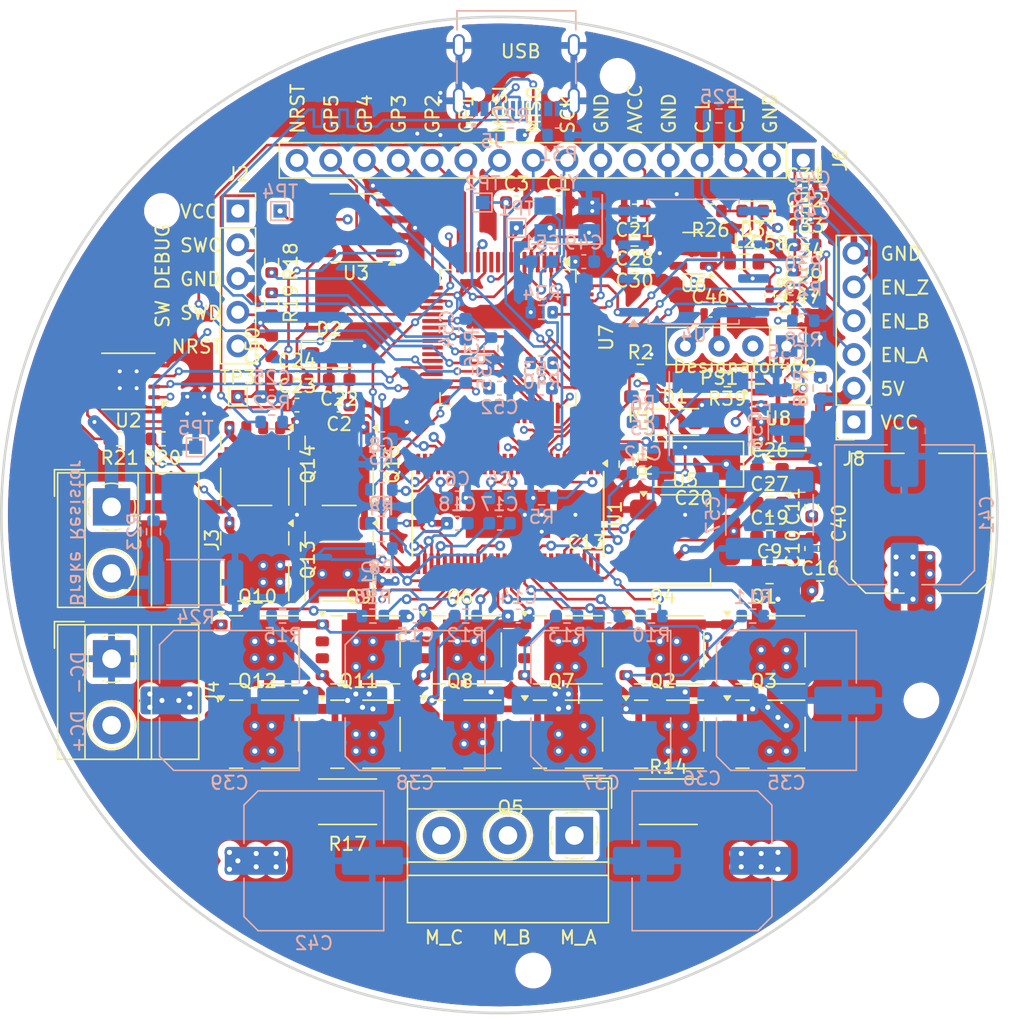
<source format=kicad_pcb>
(kicad_pcb (version 20240108) (generator "pcbnew") (generator_version "8.0")
  (layers (0 "F.Cu" signal "Front Layer") (1 "In1.Cu" power "Ground Plane") (2 "In2.Cu" mixed "Power Plane") (31 "B.Cu" signal "Bottom Layer") (34 "B.Paste" user) (35 "F.Paste" user) (36 "B.SilkS" user "B.Silkscreen") (37 "F.SilkS" user "F.Silkscreen") (38 "B.Mask" user) (39 "F.Mask" user) (44 "Edge.Cuts" user))
  (net 0 "")
  (net 1 "GND")
  (net 2 "/M0_SO1")
  (net 3 "GVDD")
  (net 4 "/M0_SO2")
  (net 5 "Net-(U1-CP2)")
  (net 6 "Net-(U1-CP1)")
  (net 7 "Net-(U1-COMP)")
  (net 8 "Net-(U1-DVDD)")
  (net 9 "Net-(C7-Pad1)")
  (net 10 "Net-(U1-AVDD)")
  (net 11 "DCBUS")
  (net 12 "Net-(U1-BST_BK)")
  (net 13 "Net-(D1-K)")
  (net 14 "Net-(U1-BST_A)")
  (net 15 "/Motor 0/SH_A")
  (net 16 "Net-(U1-BST_B)")
  (net 17 "/Motor 0/SH_B")
  (net 18 "Net-(U1-BST_C)")
  (net 19 "/Motor 0/SH_C")
  (net 20 "Net-(U1-SN1)")
  (net 21 "/Motor 0/SP1")
  (net 22 "Net-(U1-SN2)")
  (net 23 "/Motor 0/SP2")
  (net 24 "5V")
  (net 25 "AVCC")
  (net 26 "Net-(J3-Pin_1)")
  (net 27 "Net-(D2-K)")
  (net 28 "Net-(U3-+IN)")
  (net 29 "Net-(U3--IN)")
  (net 30 "/AUX_I")
  (net 31 "VCC")
  (net 32 "/M0_ENC_B")
  (net 33 "/M0_ENC_Z")
  (net 34 "/M0_ENC_A")
  (net 35 "Net-(U7-PH0)")
  (net 36 "/NRST")
  (net 37 "Net-(U7-PH1)")
  (net 38 "Net-(U7-VCAP_1)")
  (net 39 "Net-(U7-VCAP_2)")
  (net 40 "/VBUS_S")
  (net 41 "Net-(U8-VCC)")
  (net 42 "Net-(D3-Pad2)")
  (net 43 "Net-(J2-Pin_4)")
  (net 44 "Net-(J2-Pin_2)")
  (net 45 "Net-(J3-Pin_2)")
  (net 46 "/USB_DM")
  (net 47 "/USB_DP")
  (net 52 "Net-(J5-CC1)")
  (net 53 "/GPIO_4")
  (net 54 "/GPIO_3")
  (net 55 "/GPIO_5")
  (net 56 "/SPI_SCK")
  (net 57 "/SPI_MISO")
  (net 58 "/CAN_L")
  (net 59 "/GPIO_1")
  (net 60 "/SPI_MOSI")
  (net 61 "/CAN_H")
  (net 62 "/GPIO_2")
  (net 63 "/Motor 0/SN1")
  (net 64 "/Motor 0/SL_B")
  (net 65 "/Motor 0/SN2")
  (net 66 "/Motor 0/SL_C")
  (net 67 "IGND")
  (net 68 "I-5V")
  (net 69 "Net-(Q1-G)")
  (net 70 "Net-(Q2-G)")
  (net 71 "Net-(Q5-G)")
  (net 72 "Net-(Q6-G)")
  (net 73 "Net-(Q11-G)")
  (net 74 "Net-(Q10-G)")
  (net 75 "Net-(Q13-G)")
  (net 76 "Net-(Q14-G)")
  (net 77 "Net-(U1-VSENSE)")
  (net 78 "Net-(U1-SO1)")
  (net 79 "Net-(U1-SO2)")
  (net 80 "Net-(U1-DTC)")
  (net 81 "Net-(U1-RT_CLK)")
  (net 82 "/Motor 0/GH_A")
  (net 83 "/Motor 0/GL_A")
  (net 84 "/Motor 0/GL_B")
  (net 85 "/Motor 0/GH_B")
  (net 86 "/Motor 0/GH_C")
  (net 87 "/Motor 0/GL_C")
  (net 88 "/SWCLK")
  (net 89 "/SWDIO")
  (net 90 "Net-(U2-HO)")
  (net 91 "Net-(U2-LO)")
  (net 92 "Net-(U3-OUT)")
  (net 93 "/BOOT0")
  (net 94 "Net-(U8-BIAS)")
  (net 95 "Net-(U8-MODE_SYNC)")
  (net 96 "/PGOOD")
  (net 97 "/nFAULT")
  (net 98 "/M0_CH")
  (net 99 "/M0_nCS")
  (net 100 "/M0_BH")
  (net 101 "/M0_BL")
  (net 102 "/M0_CL")
  (net 103 "/M0_DC_CAL")
  (net 104 "/M0_AH")
  (net 105 "/M0_AL")
  (net 107 "/EN_GATE")
  (net 110 "/Motor 0/nOCTW")
  (net 111 "/AUX_L")
  (net 112 "/AUX_H")
  (net 114 "/CAN_D")
  (net 115 "/CAN_R")
  (net 134 "Net-(J5-CC2)")
  (net 135 "Net-(PS1-VIN)")
  (footprint "Capacitor_SMD:C_0402_1005Metric" (layer "F.Cu") (at 87.63 34.925 180)
    (property "Reference" "C58")
    (property "Value" "270pF")
  )
  (footprint "Package_SO:ONSemi_SO-8FL_488AA" (layer "F.Cu") (at 56.72225 73.025)
    (property "Reference" "Q11")
    (property "Value" "FILL_FOOTPRINT")
  )
  (footprint "Resistor_SMD:R_0603_1608Metric" (layer "F.Cu") (at 83.185 33.655 180)
    (property "Reference" "R26")
    (property "Value" "1k")
  )
  (footprint "Capacitor_SMD:C_0603_1608Metric" (layer "F.Cu") (at 55.245 46.355 180)
    (property "Reference" "C22")
    (property "Value" "2.2µF")
  )
  (footprint "5VPower:RDN0011A-MFG" (layer "F.Cu") (at 88.265 49.264999)
    (property "Reference" "U8")
    (property "Value" "TPSM365R6FRDNR")
  )
  (footprint "Package_SO:ONSemi_SO-8FL_488AA" (layer "F.Cu") (at 48.895 59.89725 -90)
    (property "Reference" "Q13")
    (property "Value" "FILL_FOOTPRINT")
  )
  (footprint "Resistor_SMD:R_0603_1608Metric" (layer "F.Cu") (at 41.91 50.8 180)
    (property "Reference" "R20")
    (property "Value" "2.2R")
  )
  (footprint "Capacitor_SMD:C_Elec_10x10.2" (layer "F.Cu") (at 99.06 57.15 90)
    (property "Reference" "C40")
    (property "Value" "470uF")
  )
  (footprint "Connector_PinSocket_2.54mm:PinSocket_1x06_P2.54mm_Vertical" (layer "F.Cu") (at 93.98 49.53 180)
    (property "Reference" "J8")
    (property "Value" "Conn_01x06_Socket")
  )
  (footprint "Package_SO:ONSemi_SO-8FL_488AA" (layer "F.Cu") (at 55.245 52.705 -90)
    (property "Reference" "Q16")
    (property "Value" "~")
  )
  (footprint "Capacitor_SMD:C_0603_1608Metric" (layer "F.Cu") (at 71.755 33.02)
    (property "Reference" "C1")
    (property "Value" "2200pF")
  )
  (footprint "Resistor_SMD:R_2512_6332Metric" (layer "F.Cu") (at 55.88 78.105)
    (property "Reference" "R17")
    (property "Value" "500uOhm")
  )
  (footprint "NetTie:NetTie-2_SMD_Pad0.5mm" (layer "F.Cu") (at 44.45 48.895)
    (property "Reference" "NT7" (hide yes))
    (property "Value" "NetTie_2" (hide yes))
  )
  (footprint "Resistor_SMD:R_0603_1608Metric" (layer "F.Cu") (at 76.835 52.705 -90)
    (property "Reference" "R7")
    (property "Value" "220k")
  )
  (footprint "Capacitor_SMD:C_0603_1608Metric" (layer "F.Cu") (at 77.47 33.655 180)
    (property "Reference" "C21")
    (property "Value" "0.1uF")
  )
  (footprint "Capacitor_SMD:C_0603_1608Metric" (layer "F.Cu") (at 90.805 55.88 90)
    (property "Reference" "C11")
    (property "Value" "0.1uF")
  )
  (footprint "Resistor_SMD:R_0603_1608Metric" (layer "F.Cu") (at 50.165 37.465 -90)
    (property "Reference" "R18")
    (property "Value" "22R")
  )
  (footprint "MountingHole:MountingHole_2.2mm_M2" (layer "F.Cu") (at 41.91 33.655)
    (property "Reference" "H1" (hide yes))
    (property "Value" "MountingHole")
  )
  (footprint "Package_SON:WSON-8-1EP_4x4mm_P0.8mm_EP2.6x3mm" (layer "F.Cu") (at 39.385 46.47 180)
    (property "Reference" "U2")
    (property "Value" "~")
  )
  (footprint "Package_SO:SOIC-8_3.9x4.9mm_P1.27mm" (layer "F.Cu") (at 56.515 34.925 180)
    (property "Reference" "U3")
    (property "Value" "~")
  )
  (footprint "Capacitor_SMD:C_0402_1005Metric" (layer "F.Cu") (at 90.015 41.275)
    (property "Reference" "C47")
    (property "Value" "4.7uF")
  )
  (footprint "Capacitor_SMD:C_0603_1608Metric" (layer "F.Cu") (at 55.245 48.26 180)
    (property "Reference" "C2")
    (property "Value" "2.2µF")
  )
  (footprint "Package_SO:ONSemi_SO-8FL_488AA" (layer "F.Cu") (at 71.96225 73.025)
    (property "Reference" "Q7")
    (property "Value" "FILL_FOOTPRINT")
  )
  (footprint "Package_SO:ONSemi_SO-8FL_488AA" (layer "F.Cu") (at 64.34225 66.675)
    (property "Reference" "Q6")
    (property "Value" "~")
  )
  (footprint "Package_SO:ONSemi_SO-8FL_488AA" (layer "F.Cu") (at 64.34225 73.025)
    (property "Reference" "Q8")
    (property "Value" "~")
  )
  (footprint "Package_SO:ONSemi_SO-8FL_488AA" (layer "F.Cu") (at 48.895 52.705 -90)
    (property "Reference" "Q14")
    (property "Value" "~")
  )
  (footprint "Package_TO_SOT_SMD:SOT-23-5" (layer "F.Cu") (at 81.915 36.83 180)
    (property "Reference" "U6")
    (property "Value" "LP5907MFX-3.3_NOPB")
  )
  (footprint "Capacitor_SMD:C_0603_1608Metric" (layer "F.Cu") (at 90.31 34.29)
    (property "Reference" "C32")
    (property "Value" "0.1uF")
  )
  (footprint "Capacitor_SMD:C_0603_1608Metric" (layer "F.Cu") (at 77.47 37.465 180)
    (property "Reference" "C30")
    (property "Value" "0.1uF")
  )
  (footprint "Diode_SMD:D_SOD-123F" (layer "F.Cu") (at 80.645 49.53)
    (property "Reference" "D1")
    (property "Value" "D")
  )
  (footprint "MountingHole:MountingHole_2.2mm_M2" (layer "F.Cu") (at 69.85 90.805)
    (property "Reference" "H4" (hide yes))
    (property "Value" "MountingHole")
  )
  (footprint "Diode_SMD:D_SOD-123F" (layer "F.Cu") (at 54.61 44.45)
    (property "Reference" "D2")
    (property "Value" "D")
  )
  (footprint "Capacitor_SMD:C_0805_2012Metric" (layer "F.Cu") (at 87.63 60.96)
    (property "Reference" "C9")
    (property "Value" "4.7uF")
  )
  (footprint "Resistor_SMD:R_0603_1608Metric" (layer "F.Cu") (at 84.455 46.355 180)
    (property "Reference" "R39")
    (property "Value" "11.3k")
  )
  (footprint "Capacitor_SMD:C_0603_1608Metric" (layer "F.Cu") (at 90.31 36.195)
    (property "Reference" "C33")
    (property "Value" "0.1uF")
  )
  (footprint "Capacitor_SMD:C_0603_1608Metric" (layer "F.Cu") (at 90.31 32.415)
    (property "Reference" "C31")
    (property "Value" "0.1uF")
  )
  (footprint "Resistor_THT:R_Array_SIP4" (layer "F.Cu") (at 88.915 43.815 180)
    (property "Reference" "PS1")
    (property "Value" "B0505S-1WR3")
  )
  (footprint "Resistor_SMD:R_0603_1608Metric" (layer "F.Cu") (at 38.735 50.8 180)
    (property "Reference" "R21")
    (property "Value" "2.2R")
  )
  (footprint "Package_SO:ONSemi_SO-8FL_488AA" (layer "F.Cu") (at 87.20225 66.675)
    (property "Reference" "Q1")
    (property "Value" "~")
  )
  (footprint "TerminalBlock_MetzConnect:TerminalBlock_MetzConnect_Type011_RT05503HBWC_1x03_P5.00mm_Horizontal" (layer "F.Cu") (at 72.945 80.645 180)
    (property "Reference" "J1" (hide yes))
    (property "Value" "Screw_Terminal_01x03")
  )
  (footprint "NetTie:NetTie-2_SMD_Pad0.5mm" (layer "F.Cu") (at 44.45 47.625)
    (property "Reference" "NT5" (hide yes))
    (property "Value" "NetTie_2" (hide yes))
  )
  (footprint "TestPoint:TestPoint_Pad_1.0x1.0mm" (layer "F.Cu") (at 47.625 47.625)
    (property "Reference" "TP3")
    (property "Value" "TESTPOINT")
  )
  (footprint "Package_SO:ONSemi_SO-8FL_488AA" (layer "F.Cu") (at 79.58225 66.675)
    (property "Reference" "Q4")
    (property "Value" "~")
  )
  (footprint "Resistor_SMD:R_0603_1608Metric" (layer "F.Cu") (at 91.44 46.99 90)
    (property "Reference" "R37")
    (property "Value" "40.2k")
  )
  (footprint "Capacitor_SMD:C_0603_1608Metric" (layer "F.Cu") (at 68.58 33.02)
    (property "Reference" "C3")
    (property "Value" "2200pF")
  )
  (footprint "Diode_SMD:D_0603_1608Metric" (layer "F.Cu") (at 86.36 33.655 180)
    (property "Reference" "D3")
    (property "Value" "LTST-C190KGKT")
  )
  (footprint "Capacitor_SMD:C_0805_2012Metric" (layer "F.Cu") (at 87.63 53.34)
    (property "Reference" "C26")
    (property "Value" "4.7uF")
  )
  (footprint "Capacitor_SMD:C_0805_2012Metric" (layer "F.Cu") (at 77.47 35.56 180)
    (property "Reference" "C28")
    (property "Value" "4.7uF")
  )
  (footprint "MountingHole:MountingHole_2.2mm_M2" (layer "F.Cu") (at 76.2 23.495)
    (property "Reference" "H2" (hide yes))
    (property "Value" "MountingHole")
  )
  (footprint "Connector_PinSocket_2.54mm:PinSocket_1x16_P2.54mm_Vertical" (layer "F.Cu") (at 90.17 29.845 -90)
    (property "Reference" "J6")
    (property "Value" "Conn_01x16_Socket")
  )
  (footprint "Package_SO:ONSemi_SO-8FL_488AA" (layer "F.Cu") (at 71.96225 66.675)
    (property "Reference" "Q5")
    (property "Value" "~")
  )
  (footprint "Package_SO:ONSemi_SO-8FL_488AA" (layer "F.Cu") (at 55.245 59.89725 -90)
    (property "Reference" "Q15")
    (property "Value" "~")
  )
  (footprint "NetTie:NetTie-2_SMD_Pad0.5mm" (layer "F.Cu") (at 60.96 57.15)
    (property "Reference" "NT3" (hide yes))
    (property "Value" "NetTie_2" (hide yes))
  )
  (footprint "Package_SO:ONSemi_SO-8FL_488AA" (layer "F.Cu") (at 87.20225 73.025)
    (property "Reference" "Q3")
    (property "Value" "~")
  )
  (footprint "Capacitor_SMD:C_0603_1608Metric" (layer "F.Cu") (at 90.31 38.1)
    (property "Reference" "C34")
    (property "Value" "0.1uF")
  )
  (footprint "Capacitor_SMD:C_0603_1608Metric" (layer "F.Cu") (at 90.805 59.055 90)
    (property "Reference" "C10")
    (property "Value" "0.1uF")
  )
  (footprint "Package_SO:ONSemi_SO-8FL_488AA" (layer "F.Cu") (at 49.10225 66.675)
    (property "Reference" "Q10")
    (property "Value" "~")
  )
  (footprint "Connector_PinSocket_2.54mm:PinSocket_1x05_P2.54mm_Vertical" (layer "F.Cu") (at 47.625 33.655)
    (property "Reference" "J2")
    (property "Value" "Conn_01x05_Socket")
  )
  (footprint "Inductor_SMD:L_0805_2012Metric" (layer "F.Cu") (at 85.725 37.465)
    (property "Reference" "L2")
    (property "Value" "6.8uH")
  )
  (footprint "MountingHole:MountingHole_2.2mm_M2" (layer "F.Cu") (at 99.06 70.485)
    (property "Reference" "H3" (hide yes))
    (property "Value" "MountingHole")
  )
  (footprint "Resistor_SMD:R_0603_1608Metric" (layer "F.Cu") (at 77.915 45.72)
    (property "Reference" "R2")
    (property "Value" "3.3k")
  )
  (footprint "Capacitor_SMD:C_0805_2012Metric" (layer "F.Cu") (at 87.63 55.88)
    (property "Reference" "C27")
    (property "Value" "4.7uF")
  )
  (footprint "Capacitor_SMD:C_0402_1005Metric" (layer "F.Cu") (at 87.63 40.005 -90)
    (property "Reference" "C48")
    (property "Value" "4.7uF")
  )
  (footprint "Package_SO:ONSemi_SO-8FL_488AA" (layer "F.Cu") (at 56.72225 66.675)
    (property "Reference" "Q9")
    (property "Value" "~")
  )
  (footprint "Resistor_SMD:R_0603_1608Metric" (layer "F.Cu") (at 50.165 40.64 -90)
    (property "Reference" "R19")
    (property "Value" "22R")
  )
  (footprint "Resistor_SMD:R_0603_1608Metric" (layer "F.Cu") (at 77.915 47.625 180)
    (property "Reference" "R1")
    (property "Value" "18k")
  )
  (footprint "Package_SO:HTSSOP-56-1EP_6.1x14mm_P0.5mm_EP3.61x6.35mm" (layer "F.Cu") (at 67.945 56.4484 -90)
    (property "Reference" "U1")
    (property "Value" "~")
  )
  (footprint "Capacitor_SMD:C_0603_1608Metric" (layer "F.Cu") (at 52.07 48.26)
    (property "Reference" "C23")
    (property "Value" "0.1uF")
  )
  (footprint "Resistor_SMD:R_2512_6332Metric" (layer "F.Cu") (at 80.01 78.105)
    (property "Reference" "R14")
    (property "Value" "500uOhm")
  )
  (footprint "Capacitor_SMD:C_0603_1608Metric" (layer "F.Cu") (at 50.165 43.815 90)
    (property "Reference" "C50")
    (property "Value" "0.1uF")
  )
  (footprint "TerminalBlock_MetzConnect:TerminalBlock_MetzConnect_Type011_RT05502HBWC_1x02_P5.00mm_Horizontal" (layer "F.Cu") (at 38.12 67.35 -90)
    (property "Reference" "J4")
    (property "Value" "Screw_Terminal_01x02")
  )
  (footprint "Package_TO_SOT_SMD:SOT-223" (layer "F.Cu") (at 81.28 58.42)
    (property "Reference" "U5")
    (property "Value" "LDL1117S33R")
  )
  (footprint "Package_SO:ONSemi_SO-8FL_488AA" (layer "F.Cu") (at 49.10225 73.025)
    (property "Reference" "Q12")
    (property "Value" "~")
  )
  (footprint "Capacitor_SMD:C_0603_1608Metric" (layer "F.Cu") (at 90.17 40.005)
    (property "Reference" "C29")
    (property "Value" "2.2µF")
  )
  (footprint "TerminalBlock_MetzConnect:TerminalBlock_MetzConnect_Type011_RT05502HBWC_1x02_P5.00mm_Horizontal" (layer "F.Cu") (at 38.12 55.92 -90)
    (property "Reference" "J3")
    (property "Value" "Screw_Terminal_01x02")
  )
  (footprint "Capacitor_Tantalum_SMD:CP_EIA-6032-28_Kemet-C" (layer "F.Cu") (at 81.915 52.705 180)
    (property "Reference" "C20")
    (property "Value" "68uF")
  )
  (footprint "Capacitor_SMD:C_0805_2012Metric" (layer "F.Cu") (at 91.44 62.23)
    (property "Reference" "C16")
    (property "Value" "4.7uF")
  )
  (footprint "Capacitor_SMD:C_0402_1005Metric" (layer "F.Cu") (at 83.185 41.275)
    (property "Reference" "C46")
    (property "Value" "10uF")
  )
  (footprint "Capacitor_SMD:C_0603_1608Metric" (layer "F.Cu") (at 52.07 46.355)
    (property "Reference" "C24")
    (property "Value" "2200pF")
  )
  (footprint "NetTie:NetTie-2_SMD_Pad0.5mm" (layer "F.Cu") (at 62.865 57.15 180)
    (property "Reference" "NT4" (hide yes))
    (property "Value" "NetTie_2" (hide yes))
  )
  (footprint "NetTie:NetTie-2_SMD_Pad0.5mm" (layer "F.Cu") (at 53.34 42.545)
    (property "Reference" "NT6" (hide yes))
    (property "Value" "NetTie_2" (hide yes))
  )
  (footprint "Package_QFP:LQFP-64_10x10mm_P0.5mm" (layer "F.Cu") (at 67.945 43.18 -90)
    (property "Reference" "U7")
    (property "Value" "STM32F405RGTx")
  )
  (footprint "Capacitor_SMD:C_0805_2012Metric" (layer "F.Cu") (at 87.63 58.42)
    (property "Reference" "C19")
    (property "Value" "4.7uF")
  )
  (footprint "Package_SO:ONSemi_SO-8FL_488AA" (layer "F.Cu") (at 79.58225 73.025)
    (property "Reference" "Q2")
    (property "Value" "~")
  )
  (footprint "Capacitor_SMD:C_Elec_10x10.2" (layer "B.Cu") (at 46.99 70.485)
    (property "Reference" "C39")
    (property "Value" "470uF")
  )
  (footprint "Resistor_SMD:R_0603_1608Metric" (layer "B.Cu") (at 71.755 27.94)
    (property "Reference" "R31")
    (property "Value" "5.1k")
  )
  (footprint "Capacitor_SMD:C_0603_1608Metric" (layer "B.Cu") (at 78.105 51.435 180)
    (property "Reference" "C5")
    (property "Value" "82pF")
  )
  (footprint "Resistor_SMD:R_0603_1608Metric" (layer "B.Cu") (at 58.42 57.15 180)
    (property "Reference" "R9")
    (property "Value" "120R")
  )
  (footprint "Capacitor_SMD:C_0603_1608Metric" (layer "B.Cu") (at 78.105 53.34 180)
    (property "Reference" "C12")
    (property "Value" "0.1uF")
  )
  (footprint "Resistor_SMD:R_0603_1608Metric" (layer "B.Cu") (at 90.17 36.195)
    (property "Reference" "R30")
    (property "Value" "3.3k")
  )
  (footprint "NetTie:NetTie-2_SMD_Pad0.5mm" (layer "B.Cu") (at 59.055 61.595 180)
    (property "Reference" "NT1" (hide yes))
    (property "Value" "NetTie_2" (hide yes))
  )
  (footprint "TestPoint:TestPoint_Pad_1.0x1.0mm" (layer "B.Cu") (at 68.58 34.925 180)
    (property "Reference" "TP1")
    (property "Value" "TESTPOINT")
  )
  (footprint "Capacitor_SMD:C_0603_1608Metric" (layer "B.Cu") (at 70.485 37.465 180)
    (property "Reference" "C51")
    (property "Value" "10pF")
  )
  (footprint "Capacitor_SMD:C_0603_1608Metric" (layer "B.Cu") (at 64.135 55.245 180)
    (property "Reference" "C6")
    (property "Value" "2.2µF")
  )
  (footprint "Capacitor_SMD:C_Elec_10x10.2" (layer "B.Cu") (at 88.9 70.485)
    (property "Reference" "C35")
    (property "Value" "470uF")
  )
  (footprint "Capacitor_SMD:C_0402_1005Metric" (layer "B.Cu") (at 90.805 34.925 180)
    (property "Reference" "C45")
    (property "Value" "22nF")
  )
  (footprint "Capacitor_SMD:C_Elec_10x10.2" (layer "B.Cu") (at 60.96 70.485)
    (property "Reference" "C38")
    (property "Value" "470uF")
  )
  (footprint "Capacitor_SMD:C_0603_1608Metric" (layer "B.Cu") (at 64.77 42.545 -90)
    (property "Reference" "C54")
    (property "Value" "2.2µF")
  )
  (footprint "Resistor_SMD:R_0603_1608Metric" (layer "B.Cu") (at 50.99 64.135)
    (property "Reference" "R15")
    (property "Value" "2.2R")
  )
  (footprint "Resistor_SMD:R_0603_1608Metric" (layer "B.Cu") (at 64.77 64.135)
    (property "Reference" "R12")
    (property "Value" "2.2R")
  )
  (footprint "Capacitor_SMD:C_0603_1608Metric" (layer "B.Cu") (at 67.31 55.245 180)
    (property "Reference" "C4")
    (property "Value" "0.022µF")
  )
  (footprint "Capacitor_SMD:C_Elec_10x10.2" (layer "B.Cu") (at 74.93 70.485)
    (property "Reference" "C37")
    (property "Value" "470uF")
  )
  (footprint "Resistor_SMD:R_0603_1608Metric" (layer "B.Cu") (at 91.44 46.99 -90)
    (property "Reference" "R38")
    (property "Value" "10k")
  )
  (footprint "Capacitor_SMD:C_0603_1608Metric" (layer "B.Cu") (at 70.485 46.99 180)
    (property "Reference" "C53")
    (property "Value" "2.2µF")
  )
  (footprint "Capacitor_SMD:C_0603_1608Metric" (layer "B.Cu") (at 67.31 57.15 180)
    (property "Reference" "C17")
    (property "Value" "2200pF")
  )
  (footprint "Resistor_SMD:R_0603_1608Metric" (layer "B.Cu") (at 58.42 54.61)
    (property "Reference" "R4")
    (property "Value" "22R")
  )
  (footprint "USB-C:HRO_TYPE-C-31-M-12" (layer "B.Cu") (at 68.58 21.1975)
    (property "Reference" "J5")
    (property "Value" "TYPE-C-31-M-12" (hide yes))
  )
  (footprint "TestPoint:TestPoint_Pad_1.0x1.0mm" (layer "B.Cu") (at 44.45 51.435 180)
    (property "Reference" "TP5")
    (property "Value" "TESTPOINT")
  )
  (footprint "Resistor_SMD:R_0603_1608Metric" (layer "B.Cu") (at 70.485 55.245)
    (property "Reference" "R5")
    (property "Value" "18k")
  )
  (footprint "Resistor_SMD:R_0603_1608Metric" (layer "B.Cu") (at 66.675 44.005 -90)
    (property "Reference" "R36")
    (property "Value" "1k")
  )
  (footprint "Capacitor_SMD:C_0603_1608Metric" (layer "B.Cu") (at 68.72 64.135 180)
    (property "Reference" "C14")
    (property "Value" "0.1uF")
  )
  (footprint "Resistor_SMD:R_0603_1608Metric" (layer "B.Cu") (at 68.135 27.94 180)
    (property "Reference" "R27")
    (property "Value" "5.1k")
  )
  (footprint "TestPoint:TestPoint_Pad_1.0x1.0mm" (layer "B.Cu") (at 66.04 33.02 180)
    (property "Reference" "TP2")
    (property "Value" "TESTPOINT")
  )
  (footprint "Capacitor_SMD:C_Elec_10x10.2" (layer "B.Cu") (at 53.34 82.55)
    (property "Reference" "C42")
    (property "Value" "470uF")
  )
  (footprint "Capacitor_SMD:C_1210_3225Metric" (layer "B.Cu") (at 88.9 50.165 -90)
    (property "Reference" "C56")
    (property "Value" "2.2uF")
  )
  (footprint "Capacitor_SMD:C_2225_5664Metric" (layer "B.Cu") (at 87.63 56.515 -90)
    (property "Reference" "C57")
    (property "Value" "22uf")
  )
  (footprint "Resistor_SMD:R_2512_6332Metric" (layer "B.Cu") (at 44.45 61.595)
    (property "Reference" "R24")
    (property "Value" "500uOhm")
  )
  (footprint "Capacitor_SMD:C_0603_1608Metric" (layer "B.Cu") (at 64.135 57.15 180)
    (property "Reference" "C18")
    (property "Value" "2200pF")
  )
  (footprint "Resistor_SMD:R_0603_1608Metric" (layer "B.Cu") (at 41.275 57.785 -90)
    (property "Reference" "R23")
    (property "Value" "120R")
  )
  (footprint "Resistor_SMD:R_0603_1608Metric" (layer "B.Cu") (at 70.485 45.085)
    (property "Reference" "R40")
    (property "Value" "10k")
  )
  (footprint "Resistor_SMD:R_0603_1608Metric" (layer "B.Cu") (at 70.485 41.275 180)
    (property "Reference" "R34")
    (property "Value" "47K")
  )
  (footprint "Capacitor_SMD:C_0603_1608Metric" (layer "B.Cu") (at 75.565 64.135 180)
    (property "Reference" "C13")
    (property "Value" "0.1uF")
  )
  (footprint "Resistor_SMD:R_0603_1608Metric" (layer "B.Cu") (at 58.42 50.8)
    (property "Reference" "R3")
    (property "Value" "22R")
  )
  (footprint "Capacitor_SMD:C_0603_1608Metric" (layer "B.Cu") (at 73.66 37.465 180)
    (property "Reference" "C49")
    (property "Value" "10pF")
  )
  (footprint "TestPoint:TestPoint_Pad_1.0x1.0mm" (layer "B.Cu") (at 50.8 33.655 180)
    (property "Reference" "TP4")
    (property "Value" "TESTPOINT")
  )
  (footprint "Resistor_SMD:R_0603_1608Metric" (layer "B.Cu") (at 90.17 38.1)
    (property "Reference" "R29")
    (property "Value" "3.3k")
  )
  (footprint "Resistor_SMD:R_0603_1608Metric" (layer "B.Cu") (at 86.36 64.135 180)
    (property "Reference" "R11")
    (property "Value" "2.2R")
  )
  (footprint "Capacitor_SMD:C_Elec_10x10.2" (layer "B.Cu") (at 82.55 82.55 180)
    (property "Reference" "C36")
    (property "Value" "470uF")
  )
  (footprint "Inductor_SMD:L_Taiyo-Yuden_NR-60xx" (layer "B.Cu") (at 83.185 48.895 90)
    (property "Reference" "L1")
    (property "Value" "22uH")
  )
  (footprint "Capacitor_SMD:C_0603_1608Metric" (layer "B.Cu") (at 60.96 64.135)
    (property "Reference" "C15")
    (property "Value" "0.1uF")
  )
  (footprint "Resistor_SMD:R_0603_1608Metric" (layer "B.Cu") (at 78.74 64.135)
    (property "Reference" "R10")
    (property "Value" "2.2R")
  )
  (footprint "Crystal:Crystal_SMD_5032-4Pin_5.0x3.2mm" (layer "B.Cu") (at 72.39 34.29 180)
    (property "Reference" "Y1")
    (property "Value" "ABM3B-8.000MHZ-10-1-U-T")
  )
  (footprint "Resistor_SMD:R_0603_1608Metric" (layer "B.Cu") (at 50.165 49.53 180)
    (property "Reference" "R22")
    (property "Value" "120R")
  )
  (footprint "Capacitor_SMD:C_Elec_10x10.2" (layer "B.Cu") (at 97.79 56.515 90)
    (property "Reference" "C41")
    (property "Value" "470uF")
  )
  (footprint "Resistor_SMD:R_0603_1608Metric" (layer "B.Cu") (at 58.42 59.055)
    (property "Reference" "R8")
    (property "Value" "120R")
  )
  (footprint "Resistor_SMD:R_0603_1608Metric" (layer "B.Cu") (at 83.825 26.5 180)
    (property "Reference" "R25")
    (property "Value" "120R")
  )
  (footprint "Resistor_SMD:R_0603_1608Metric" (layer "B.Cu") (at 78.105 49.53 180)
    (property "Reference" "R6")
    (property "Value" "47K")
  )
  (footprint "Resistor_SMD:R_0603_1608Metric" (layer "B.Cu") (at 64.77 45.72 90)
    (property "Reference" "R35")
    (property "Value" "18K")
  )
  (footprint "Capacitor_SMD:C_0402_1005Metric" (layer "B.Cu") (at 90.805 33.655 180)
    (property "Reference" "C43")
    (property "Value" "22nF")
  )
  (footprint "Resistor_SMD:R_0603_1608Metric" (layer "B.Cu") (at 57.785 64.135 180)
    (property "Reference" "R16")
    (property "Value" "2.2R")
  )
  (footprint "Capacitor_SMD:C_0603_1608Metric" (layer "B.Cu") (at 78.105 47.625)
    (property "Reference" "C7")
    (property "Value" "270pF")
  )
  (footprint "Capacitor_SMD:C_0402_1005Metric" (layer "B.Cu") (at 90.805 32.385 180)
    (property "Reference" "C44")
    (property "Value" "22nF")
  )
  (footprint "Capacitor_SMD:C_0603_1608Metric" (layer "B.Cu") (at 67.31 46.99)
    (property "Reference" "C52")
    (property "Value" "2.2µF")
  )
  (footprint "Resistor_SMD:R_0603_1608Metric" (layer "B.Cu") (at 72.39 64.135)
    (property "Reference" "R13")
    (property "Value" "2.2R")
  )
  (footprint "Package_SO:SOP-8_6.62x9.15mm_P2.54mm" (layer "B.Cu") (at 81.915 37.465)
    (property "Reference" "U4")
    (property "Value" "ISO1050DUB")
  )
  (footprint "Capacitor_SMD:C_0603_1608Metric" (layer "B.Cu") (at 88.9 45.72 180)
    (property "Reference" "C55")
    (property "Value" "1uF")
  )
  (footprint "Capacitor_SMD:C_0603_1608Metric" (layer "B.Cu") (at 50.165 47.625 180)
    (property "Reference" "C25")
    (property "Value" "2200pF")
  )
  (footprint "Capacitor_SMD:C_0603_1608Metric" (layer "B.Cu") (at 58.42 52.705 180)
    (property "Reference" "C8")
    (property "Value" "2.2µF")
  )
  (footprint "Resistor_SMD:R_0603_1608Metric" (layer "B.Cu") (at 90.17 41.91)
    (property "Reference" "R28")
    (property "Value" "3.3k")
  )
  (footprint "NetTie:NetTie-2_SMD_Pad0.5mm" (layer "B.Cu") (at 53.975 59.69)
    (property "Reference" "NT2" (hide yes))
    (property "Value" "NetTie_2" (hide yes))
  )
  (gr_circle (center 67.299324 56.525676) (end 104.775 56.525676) (stroke (width 0.2)) (fill none) (layer "Edge.Cuts"))
  (gr_text "DC+" (at 36.195 71.12 90) (layer "B.SilkS") (effects (font (size 1 1)) (justify left bottom mirror)))
  (gr_text "Brake Resistor" (at 34.925 63.5 270) (layer "B.SilkS") (effects (font (size 1 1)) (justify left bottom mirror)))
  (gr_text "DC-" (at 36.195 66.675 90) (layer "B.SilkS") (effects (font (size 1 1)) (justify left bottom mirror)))
  (gr_text "MOSI" (at 67.945 27.94 90) (layer "F.SilkS") (effects (font (size 1 1)) (justify left bottom)))
  (gr_text "C_H" (at 85.725 27.94 90) (layer "F.SilkS") (effects (font (size 1 1)) (justify left bottom)))
  (gr_text "AVCC" (at 78.105 27.94 90) (layer "F.SilkS") (effects (font (size 1 1)) (justify left bottom)))
  (gr_text "GP3" (at 60.325 27.94 90) (layer "F.SilkS") (effects (font (size 1 1)) (justify left bottom)))
  (gr_text "M_C" (at 61.595 88.9 -0) (layer "F.SilkS") (effects (font (size 1 1)) (justify left bottom)))
  (gr_text "C_L" (at 83.185 27.94 90) (layer "F.SilkS") (effects (font (size 1 1)) (justify left bottom)))
  (gr_text "M_B" (at 66.675 88.9 -0) (layer "F.SilkS") (effects (font (size 1 1)) (justify left bottom)))
  (gr_text "SWD" (at 43.18 41.91 0) (layer "F.SilkS") (effects (font (size 1 1)) (justify left bottom)))
  (gr_text "MISO" (at 70.485 27.94 90) (layer "F.SilkS") (effects (font (size 1 1)) (justify left bottom)))
  (gr_text "GP2" (at 62.865 27.94 90) (layer "F.SilkS") (effects (font (size 1 1)) (justify left bottom)))
  (gr_text "GND" (at 95.885 37.465 0) (layer "F.SilkS") (effects (font (size 1 1)) (justify left bottom)))
  (gr_text "GND" (at 75.565 27.94 90) (layer "F.SilkS") (effects (font (size 1 1)) (justify left bottom)))
  (gr_text "5V" (at 95.885 47.625 0) (layer "F.SilkS") (effects (font (size 1 1)) (justify left bottom)))
  (gr_text "USB" (at 67.31 22.225 -0) (layer "F.SilkS") (effects (font (size 1 1)) (justify left bottom)))
  (gr_text "EN_Z" (at 95.885 40.005 0) (layer "F.SilkS") (effects (font (size 1 1)) (justify left bottom)))
  (gr_text "GP4" (at 57.785 27.94 90) (layer "F.SilkS") (effects (font (size 1 1)) (justify left bottom)))
  (gr_text "NRST" (at 42.545 44.45 0) (layer "F.SilkS") (effects (font (size 1 1)) (justify left bottom)))
  (gr_text "SWC" (at 43.18 36.83 0) (layer "F.SilkS") (effects (font (size 1 1)) (justify left bottom)))
  (gr_text "GP5" (at 55.245 27.94 90) (layer "F.SilkS") (effects (font (size 1 1)) (justify left bottom)))
  (gr_text "M_A" (at 71.755 88.9 -0) (layer "F.SilkS") (effects (font (size 1 1)) (justify left bottom)))
  (gr_text "GND" (at 80.645 27.94 90) (layer "F.SilkS") (effects (font (size 1 1)) (justify left bottom)))
  (gr_text "GND" (at 88.265 27.94 90) (layer "F.SilkS") (effects (font (size 1 1)) (justify left bottom)))
  (gr_text "SW DEBUG" (at 42.545 42.545 90) (layer "F.SilkS") (effects (font (size 1 1)) (justify left bottom)))
  (gr_text "VCC" (at 95.885 50.165 0) (layer "F.SilkS") (effects (font (size 1 1)) (justify left bottom)))
  (gr_text "EN_A" (at 95.885 45.085 0) (layer "F.SilkS") (effects (font (size 1 1)) (justify left bottom)))
  (gr_text "GP1" (at 65.405 27.94 90) (layer "F.SilkS") (effects (font (size 1 1)) (justify left bottom)))
  (gr_text "VCC" (at 43.18 34.29 0) (layer "F.SilkS") (effects (font (size 1 1)) (justify left bottom)))
  (gr_text "SCK" (at 73.025 27.94 90) (layer "F.SilkS") (effects (font (size 1 1)) (justify left bottom)))
  (gr_text "NRST" (at 52.705 27.94 90) (layer "F.SilkS") (effects (font (size 1 1)) (justify left bottom)))
  (gr_text "GND" (at 43.18 39.37 0) (layer "F.SilkS") (effects (font (size 1 1)) (justify left bottom)))
  (gr_text "EN_B" (at 95.885 42.545 0) (layer "F.SilkS") (effects (font (size 1 1)) (justify left bottom)))
  (segment (start 73.58 39.97) (end 71.003766 39.97) (width 0.2) (layer "F.Cu") (net 1))
  (segment (start 50.165 42.914613) (end 49.315388 42.065001) (width 0.2) (layer "F.Cu") (net 1))
  (segment (start 76.835 64.77) (end 76.335 64.77) (width 0.508) (layer "F.Cu") (net 1))
  (segment (start 64.50241 40.005) (end 64.135 40.005) (width 0.2) (layer "F.Cu") (net 1))
  (segment (start 87.63 40.485) (end 88.885 39.23) (width 0.2) (layer "F.Cu") (net 1))
  (segment (start 57.15 49.95775) (end 57.14847 49.95775) (width 0.2) (layer "F.Cu") (net 1))
  (segment (start 57.14847 49.95775) (end 57.084598 49.893878) (width 0.2) (layer "F.Cu") (net 1))
  (segment (start 90.17 39.23) (end 90.945 40.005) (width 0.2) (layer "F.Cu") (net 1))
  (segment (start 68.695 59.1734) (end 70.0834 57.785) (width 0.2) (layer "F.Cu") (net 1))
  (segment (start 88.885 39.23) (end 90.17 39.23) (width 0.2) (layer "F.Cu") (net 1))
  (segment (start 69.698766 41.275) (end 69.66 41.275) (width 0.2) (layer "F.Cu") (net 1))
  (segment (start 71.003766 39.97) (end 69.698766 41.275) (width 0.2) (layer "F.Cu") (net 1))
  (segment (start 50.165 43.04) (end 50.165 42.914613) (width 0.2) (layer "F.Cu") (net 1))
  (segment (start 66.195 37.505) (end 66.195 38.31241) (width 0.2) (layer "F.Cu") (net 1))
  (segment (start 88.265 48.401399) (end 88.265 44.465) (width 0.2) (layer "F.Cu") (net 1))
  (segment (start 76.335 64.77) (end 75.66875 65.43625) (width 0.508) (layer "F.Cu") (net 1))
  (segment (start 62.27 39.93) (end 64.06 39.93) (width 0.2) (layer "F.Cu") (net 1))
  (segment (start 88.265 44.465) (end 88.915 43.815) (width 0.2) (layer "F.Cu") (net 1))
  (segment (start 68.695 60.1984) (end 68.695 59.1734) (width 0.2) (layer "F.Cu") (net 1))
  (segment (start 64.06 39.93) (end 64.135 40.005) (width 0.2) (layer "F.Cu") (net 1))
  (segment (start 75.66875 65.43625) (end 75.66875 69.95375) (width 0.508) (layer "F.Cu") (net 1))
  (segment (start 70.0834 57.785) (end 70.485 57.785) (width 0.2) (layer "F.Cu") (net 1))
  (segment (start 75.66875 69.95375) (end 76.835 71.12) (width 0.508) (layer "F.Cu") (net 1))
  (segment (start 73.62 39.93) (end 73.58 39.97) (width 0.2) (layer "F.Cu") (net 1))
  (segment (start 66.195 38.31241) (end 64.50241 40.005) (width 0.2) (layer "F.Cu") (net 1))
  (via (at 82.55 48.26) (size 0.6) (drill 0.3) (layers "F.Cu" "B.Cu") (net 1))
  (via (at 76.835 71.12) (size 0.762) (drill 0.381) (layers "F.Cu" "B.Cu") (net 1))
  (via (at 80.645 32.385) (size 0.6) (drill 0.3) (layers "F.Cu" "B.Cu") (net 1))
  (via (at 45.085 48.895) (size 0.6) (drill 0.3) (layers "F.Cu" "B.Cu") (net 1))
  (via (at 57.084598 49.893878) (size 0.6) (drill 0.3) (layers "F.Cu" "B.Cu") (net 1))
  (via (at 40.005 45.72) (size 0.6) (drill 0.3) (layers "F.Cu" "B.Cu") (net 1))
  (via (at 38.735 45.72) (size 0.6) (drill 0.3) (layers "F.Cu" "B.Cu") (net 1))
  (via (at 69.215 56.515) (size 0.6) (drill 0.3) (layers "F.Cu" "B.Cu") (net 1))
  (via (at 64.135 40.005) (size 0.6) (drill 0.3) (layers "F.Cu" "B.Cu") (net 1))
  (via (at 71.12 34.925) (size 0.762) (drill 0.381) (layers "F.Cu" "B.Cu") (net 1))
  (via (at 74.295 33.655) (size 0.6) (drill 0.3) (layers "F.Cu" "B.Cu") (net 1))
  (via (at 49.53 47.625) (size 0.6) (drill 0.3) (layers "F.Cu" "B.Cu") (net 1))
  (via (at 60.96 34.925) (size 0.6) (drill 0.3) (layers "F.Cu" "B.Cu") (net 1))
  (via (at 69.66 41.275) (size 0.6) (drill 0.3) (layers "F.Cu" "B.Cu") (net 1))
  (via (at 57.15 38.735) (size 0.6) (drill 0.3) (layers "F.Cu" "B.Cu") (net 1))
  (via (at 90.701345 34.29) (size 0.6) (drill 0.3) (layers "F.Cu" "B.Cu") (net 1))
  (via (at 88.265 36.195) (size 0.6) (drill 0.3) (layers "F.Cu" "B.Cu") (net 1))
  (via (at 52.705 69.85) (size 0.762) (drill 0.381) (layers "F.Cu" "B.Cu") (net 1))
  (via (at 64.77 55.245) (size 0.6) (drill 0.3) (layers "F.Cu" "B.Cu") (net 1))
  (via (at 62.23 57.15) (size 0.6) (drill 0.3) (layers "F.Cu" "B.Cu") (net 1))
  (via (at 91.44 52.705) (size 0.6) (drill 0.3) (layers "F.Cu" "B.Cu") (net 1))
  (via (at 78.74 44.45) (size 0.6) (drill 0.3) (layers "F.Cu" "B.Cu") (net 1))
  (via (at 79.375 36.83) (size 0.6) (drill 0.3) (layers "F.Cu" "B.Cu") (net 1))
  (via (at 81.28 69.85) (size 0.762) (drill 0.381) (layers "F.Cu" "B.Cu") (net 1))
  (via (at 52.07 56.515) (size 0.6) (drill 0.3) (layers "F.Cu" "B.Cu") (net 1))
  (via (at 91.44 43.18) (size 0.762) (drill 0.381) (layers "F.Cu" "B.Cu") (net 1))
  (via (at 73.025 56.515) (size 0.6) (drill 0.3) (layers "F.Cu" "B.Cu") (net 1))
  (via (at 66.675 69.85) (size 0.762) (drill 0.381) (layers "F.Cu" "B.Cu") (net 1))
  (via (at 45.085 47.625) (size 0.6) (drill 0.3) (layers "F.Cu" "B.Cu") (net 1))
  (via (at 60.325 49.53) (size 0.6) (drill 0.3) (layers "F.Cu" "B.Cu") (net 1))
  (via (at 57.785 31.75) (size 0.6) (drill 0.3) (layers "F.Cu" "B.Cu") (net 1))
  (via (at 52.07 49.53) (size 0.6) (drill 0.3) (layers "F.Cu" "B.Cu") (net 1))
  (via (at 69.85 55.245) (size 0.6) (drill 0.3) (layers "F.Cu" "B.Cu") (net 1))
  (via (at 62.865 24.765) (size 0.6) (drill 0.3) (layers "F.Cu" "B.Cu") (net 1))
  (via (at 40.005 46.99) (size 0.6) (drill 0.3) (layers "F.Cu" "B.Cu") (net 1))
  (via (at 70.485 57.785) (size 0.6) (drill 0.3) (layers "F.Cu" "B.Cu") (net 1))
  (via (at 38.735 46.99) (size 0.6) (drill 0.3) (layers "F.Cu" "B.Cu") (net 1))
  (via (at 43.815 48.895) (size 0.6) (drill 0.3) (layers "F.Cu" "B.Cu") (net 1))
  (via (at 43.815 47.625) (size 0.6) (drill 0.3) (layers "F.Cu" "B.Cu") (net 1))
  (via (at 81.28 56.515) (size 0.6) (drill 0.3) (layers "F.Cu" "B.Cu") (net 1))
  (via (at 58.497856 61.467144) (size 0.6) (drill 0.3) (layers "F.Cu" "B.Cu") (net 1))
  (via (at 62.865 27.94) (size 0.6) (drill 0.3) (layers "F.Cu" "B.Cu") (net 1))
  (via (at 70.485 56.515) (size 0.6) (drill 0.3) (layers "F.Cu" "B.Cu") (net 1))
  (via (at 49.315388 42.065001) (size 0.6) (drill 0.3) (layers "F.Cu" "B.Cu") (net 1))
  (via (at 73.025 37.465) (size 0.6) (drill 0.3) (layers "F.Cu" "B.Cu") (net 1))
  (via (at 90.945 40.005) (size 0.6) (drill 0.3) (layers "F.Cu" "B.Cu") (net 1))
  (via (at 88.265 62.865) (size 0.762) (drill 0.381) (layers "F.Cu" "B.Cu") (net 1))
  (via (at 61.12487 27.833589) (size 0.6) (drill 0.3) (layers "F.Cu" "B.Cu") (net 1))
  (via (at 62.865 25.4) (size 0.6) (drill 0.3) (layers "F.Cu" "B.Cu") (net 1))
  (via (at 57.15 43.815) (size 0.6) (drill 0.3) (layers "F.Cu" "B.Cu") (net 1))
  (via (at 74.295 33.02) (size 0.6) (drill 0.3) (layers "F.Cu" "B.Cu") (net 1))
  (segment (start 63.535 42.158529) (end 63.535 41.661471) (width 0.2) (layer "B.Cu") (net 1))
  (segment (start 65.38 25.947501) (end 64.835002 25.947501) (width 0.2) (layer "B.Cu") (net 1))
  (segment (start 57.084598 49.893878) (end 56.895 50.083476) (width 0.2) (layer "B.Cu") (net 1))
  (segment (start 88.125 45.72) (end 88.125 44.605) (width 0.2) (layer "B.Cu") (net 1))
  (segment (start 64.41 42.51) (end 63.886471 42.51) (width 0.2) (layer "B.Cu") (net 1))
  (segment (start 88.125 44.605) (end 88.915 43.815) (width 0.2) (layer "B.Cu") (net 1))
  (segment (start 90.325 33.913655) (end 90.701345 34.29) (width 0.2032) (layer "B.Cu") (net 1))
  (segment (start 64.77 42.87) (end 64.41 42.51) (width 0.2) (layer "B.Cu") (net 1))
  (segment (start 72.325 25.9475) (end 72.905 25.3675) (width 0.2) (layer "B.Cu") (net 1))
  (segment (start 70.74 36.435) (end 69.71 37.465) (width 0.2) (layer "B.Cu") (net 1))
  (segment (start 64.835002 25.947501) (end 64.255 25.367499) (width 0.2) (layer "B.Cu") (net 1))
  (segment (start 90.325 34.925) (end 90.325 33.655) (width 0.2032) (layer "B.Cu") (net 1))
  (segment (start 56.895 51.955) (end 57.645 52.705) (width 0.2) (layer "B.Cu") (net 1))
  (segment (start 71.78 25.9475) (end 72.325 25.9475) (width 0.2) (layer "B.Cu") (net 1))
  (segment (start 70.74 35.29) (end 70.74 36.435) (width 0.2) (layer "B.Cu") (net 1))
  (segment (start 90.325 33.655) (end 90.325 33.913655) (width 0.2032) (layer "B.Cu") (net 1))
  (segment (start 58.555 61.595) (end 58.555 61.524288) (width 0.2) (layer "B.Cu") (net 1))
  (segment (start 64.135 41.061471) (end 64.135 40.005) (width 0.2) (layer "B.Cu") (net 1))
  (segment (start 64.77 43.32) (end 64.77 42.87) (width 0.2) (layer "B.Cu") (net 1))
  (segment (start 56.895 50.083476) (end 56.895 51.955) (width 0.2) (layer "B.Cu") (net 1))
  (segment (start 58.555 61.524288) (end 58.497856 61.467144) (width 0.2) (layer "B.Cu") (net 1))
  (segment (start 63.535 41.661471) (end 64.135 41.061471) (width 0.2) (layer "B.Cu") (net 1))
  (segment (start 63.886471 42.51) (end 63.535 42.158529) (width 0.2) (layer "B.Cu") (net 1))
  (segment (start 57.785 45.205) (end 60.96 42.03) (width 0.2) (layer "F.Cu") (net 2))
  (segment (start 68.195 35.805) (end 70.98 33.02) (width 0.2) (layer "F.Cu") (net 2))
  (segment (start 68.195 37.505) (end 68.195 35.805) (width 0.2) (layer "F.Cu") (net 2))
  (segment (start 68.195 35.805) (end 68.195 35.31) (width 0.2) (layer "F.Cu") (net 2))
  (segment (start 57.785 47.27) (end 57.785 45.205) (width 0.2) (layer "F.Cu") (net 2))
  (segment (start 68.195 35.31) (end 68.58 34.925) (width 0.2) (layer "F.Cu") (net 2))
  (segment (start 63.60397 39.26603) (end 63.60397 35.66397) (width 0.2) (layer "F.Cu") (net 2))
  (segment (start 63.60397 35.66397) (end 63.5 35.56) (width 0.2) (layer "F.Cu") (net 2))
  (via (at 63.60397 39.26603) (size 0.6) (drill 0.3) (layers "F.Cu" "B.Cu") (net 2))
  (via (at 57.785 47.27) (size 0.6) (drill 0.3) (layers "F.Cu" "B.Cu") (net 2))
  (via (at 63.5 35.56) (size 0.6) (drill 0.3) (layers "F.Cu" "B.Cu") (net 2))
  (via (at 68.58 34.925) (size 0.762) (drill 0.381) (layers "F.Cu" "B.Cu") (net 2))
  (via (at 60.96 42.03) (size 0.6) (drill 0.3) (layers "F.Cu" "B.Cu") (net 2))
  (segment (start 57.785 50.61) (end 57.785 47.27) (width 0.2) (layer "B.Cu") (net 2))
  (segment (start 60.96 42.03) (end 63.60397 39.38603) (width 0.2) (layer "B.Cu") (net 2))
  (segment (start 63.60397 39.38603) (end 63.60397 39.26603) (width 0.2) (layer "B.Cu") (net 2))
  (segment (start 57.595 50.8) (end 57.785 50.61) (width 0.2) (layer "B.Cu") (net 2))
  (segment (start 68.695 51.6734) (end 68.455045 51.433445) (width 0.2) (layer "F.Cu") (net 3))
  (segment (start 56.02 46.355) (end 56.02 44.46) (width 0.2) (layer "F.Cu") (net 3))
  (segment (start 68.695 52.6984) (end 68.695 51.6734) (width 0.2) (layer "F.Cu") (net 3))
  (segment (start 41.3225 47.67) (end 42.5 47.67) (width 0.2) (layer "F.Cu") (net 3))
  (segment (start 56.02 44.46) (end 56.01 44.45) (width 0.2) (layer "F.Cu") (net 3))
  (segment (start 68.455045 51.433445) (end 67.944729 51.433445) (width 0.2) (layer "F.Cu") (net 3))
  (segment (start 56.02 48.26) (end 55.88 48.26) (width 0.2) (layer "F.Cu") (net 3))
  (segment (start 42.5 47.67) (end 42.545 47.625) (width 0.2) (layer "F.Cu") (net 3))
  (segment (start 55.88 48.26) (end 56.02 46.355) (width 0.2) (layer "F.Cu") (net 3))
  (via (at 67.944729 51.433445) (size 0.6) (drill 0.3) (layers "F.Cu" "B.Cu") (net 3))
  (via (at 55.88 48.26) (size 0.6) (drill 0.3) (layers "F.Cu" "B.Cu") (net 3))
  (via (at 42.545 47.625) (size 0.6) (drill 0.3) (layers "F.Cu" "B.Cu") (net 3))
  (segment (start 67.695 37.505) (end 67.695 33.13) (width 0.2) (layer "F.Cu") (net 4))
  (segment (start 67.695 33.13) (end 67.805 33.02) (width 0.2) (layer "F.Cu") (net 4))
  (segment (start 67.22741 38.78) (end 66.666539 38.78) (width 0.2) (layer "F.Cu") (net 4))
  (segment (start 67.695 37.505) (end 67.695 38.31241) (width 0.2) (layer "F.Cu") (net 4))
  (segment (start 67.695 38.31241) (end 67.22741 38.78) (width 0.2) (layer "F.Cu") (net 4))
  (via (at 66.666539 38.78) (size 0.6) (drill 0.3) (layers "F.Cu" "B.Cu") (net 4))
  (via (at 58.483288 47.660382) (size 0.6) (drill 0.3) (layers "F.Cu" "B.Cu") (net 4))
  (via (at 67.805 33.02) (size 0.762) (drill 0.381) (layers "F.Cu" "B.Cu") (net 4))
  (segment (start 58.445 53.76) (end 58.445 47.69867) (width 0.2) (layer "B.Cu") (net 4))
  (segment (start 58.445 47.69867) (end 58.483288 47.660382) (width 0.2) (layer "B.Cu") (net 4))
  (segment (start 66.04 33.02) (end 67.805 33.02) (width 0.2) (layer "B.Cu") (net 4))
  (segment (start 57.595 54.61) (end 58.445 53.76) (width 0.2) (layer "B.Cu") (net 4))
  (segment (start 67.695 52.6984) (end 67.695 53.7234) (width 0.2) (layer "F.Cu") (net 5))
  (segment (start 67.695 53.7234) (end 67.363998 54.054402) (width 0.2) (layer "F.Cu") (net 5))
  (segment (start 67.363998 54.054402) (end 66.675 54.054402) (width 0.2) (layer "F.Cu") (net 5))
  (via (at 66.675 54.054402) (size 0.762) (drill 0.381) (layers "F.Cu" "B.Cu") (net 5))
  (segment (start 66.675 54.054402) (end 66.675 55.105) (width 0.2) (layer "B.Cu") (net 5))
  (segment (start 66.675 55.105) (end 66.535 55.245) (width 0.2) (layer "B.Cu") (net 5))
  (segment (start 68.195 53.971773) (end 68.285627 54.0624) (width 0.2) (layer "F.Cu") (net 6))
  (segment (start 68.195 52.6984) (end 68.195 53.971773) (width 0.2) (layer "F.Cu") (net 6))
  (via (at 68.285627 54.0624) (size 0.762) (drill 0.381) (layers "F.Cu" "B.Cu") (net 6))
  (segment (start 68.285627 55.044373) (end 68.085 55.245) (width 0.2) (layer "B.Cu") (net 6))
  (segment (start 68.285627 54.0624) (end 68.285627 55.044373) (width 0.2) (layer "B.Cu") (net 6))
  (segment (start 74.859285 51.009115) (end 78.341806 51.009115) (width 0.2) (layer "F.Cu") (net 7))
  (segment (start 74.195 51.6734) (end 74.859285 51.009115) (width 0.2) (layer "F.Cu") (net 7))
  (segment (start 74.195 52.6984) (end 74.195 51.6734) (width 0.2) (layer "F.Cu") (net 7))
  (via (at 78.341806 51.009115) (size 0.762) (drill 0.381) (layers "F.Cu" "B.Cu") (net 7))
  (segment (start 78.88 49.58) (end 78.93 49.53) (width 0.2) (layer "B.Cu") (net 7))
  (segment (start 78.88 51.435) (end 78.88 49.58) (width 0.2) (layer "B.Cu") (net 7))
  (segment (start 78.454115 51.009115) (end 78.88 51.435) (width 0.2) (layer "B.Cu") (net 7))
  (segment (start 78.341806 51.009115) (end 78.454115 51.009115) (width 0.2) (layer "B.Cu") (net 7))
  (segment (start 63.36446 54.05394) (end 62.868148 54.05394) (width 0.2) (layer "F.Cu") (net 8))
  (segment (start 63.695 52.6984) (end 63.695 53.7234) (width 0.2) (layer "F.Cu") (net 8))
  (segment (start 63.695 53.7234) (end 63.36446 54.05394) (width 0.2) (layer "F.Cu") (net 8))
  (via (at 62.868148 54.05394) (size 0.762) (drill 0.381) (layers "F.Cu" "B.Cu") (net 8))
  (segment (start 62.868148 54.05394) (end 62.868148 54.753148) (width 0.2) (layer "B.Cu") (net 8))
  (segment (start 62.868148 54.753148) (end 63.36 55.245) (width 0.2) (layer "B.Cu") (net 8))
  (segment (start 77.33 49.48) (end 77.28 49.53) (width 0.2) (layer "B.Cu") (net 9))
  (segment (start 77.33 47.625) (end 77.33 49.48) (width 0.2) (layer "B.Cu") (net 9))
  (segment (start 61.695 53.7234) (end 61.372165 54.046235) (width 0.2) (layer "F.Cu") (net 10))
  (segment (start 61.372165 54.046235) (end 60.947929 54.046235) (width 0.2) (layer "F.Cu") (net 10))
  (segment (start 61.695 52.6984) (end 61.695 53.7234) (width 0.2) (layer "F.Cu") (net 10))
  (via (at 60.947929 54.046235) (size 0.762) (drill 0.381) (layers "F.Cu" "B.Cu") (net 10))
  (segment (start 60.947929 54.046235) (end 60.536235 54.046235) (width 0.2) (layer "B.Cu") (net 10))
  (segment (start 60.536235 54.046235) (end 59.195 52.705) (width 0.2) (layer "B.Cu") (net 10))
  (segment (start 49.53 60.325) (end 49.84725 60.64225) (width 0.508) (layer "F.Cu") (net 11))
  (segment (start 72.70725 69.79275) (end 72.70725 68.26275) (width 1.016) (layer "F.Cu") (net 11))
  (segment (start 86.995 65.72275) (end 86.995 66.675) (width 0.762) (layer "F.Cu") (net 11))
  (segment (start 57.46725 73.025) (end 57.46725 71.46725) (width 1.016) (layer "F.Cu") (net 11))
  (segment (start 60.64715 60.64225) (end 61.091 60.1984) (width 0.508) (layer "F.Cu") (net 11))
  (segment (start 55.245 60.64225) (end 60.325 60.64225) (width 0.508) (layer "F.Cu") (net 11))
  (segment (start 72.70725 70.79275) (end 72.70725 70.20725) (width 1.016) (layer "F.Cu") (net 11))
  (segment (start 54.29275 60.64225) (end 55.245 60.64225) (width 0.508) (layer "F.Cu") (net 11))
  (segment (start 90.805 62.23) (end 90.805 59.83) (width 1.016) (layer "F.Cu") (net 11))
  (segment (start 72.70725 73.025) (end 72.70725 71.20725) (width 1.016) (layer "F.Cu") (net 11))
  (segment (start 85.09 49.308203) (end 86.314805 48.083398) (width 0.2) (layer "F.Cu") (net 11))
  (segment (start 73.695 60.1984) (end 73.195 60.1984) (width 0.2) (layer "F.Cu") (net 11))
  (segment (start 72.70725 71.20725) (end 72.5 71) (width 1.016) (layer "F.Cu") (net 11))
  (segment (start 86.833399 48.083398) (end 86.995 48.26) (width 0.2) (layer "F.Cu") (net 11))
  (segment (start 57.5 70) (end 57.46725 69.96725) (width 1.016) (layer "F.Cu") (net 11))
  (segment (start 57 71) (end 57.46725 70.53275) (width 1.016) (layer "F.Cu") (net 11))
  (segment (start 90.49 64.13225) (end 87.94725 66.675) (width 0.508) (layer "F.Cu") (net 11))
  (segment (start 86.68 60.96) (end 86.68 58.42) (width 0.762) (layer "F.Cu") (net 11))
  (segment (start 87.94725 73.025) (end 87.94725 66.675) (width 1.016) (layer "F.Cu") (net 11))
  (segment (start 90.49 62.23) (end 90.49 64.13225) (width 0.508) (layer "F.Cu") (net 11))
  (segment (start 48.895 60.64225) (end 49.21275 60.64225) (width 0.508) (layer "F.Cu") (net 11))
  (segment (start 85.09 49.53) (end 85.09 49.308203) (width 0.2) (layer "F.Cu") (net 11))
  (segment (start 86.314805 48.083398) (end 86.833399 48.083398) (width 0.2) (layer "F.Cu") (net 11))
  (segment (start 73.695 59.1734) (end 73.768161 59.100239) (width 0.2) (layer "F.Cu") (net 11))
  (segment (start 55.88 60.96) (end 55.56275 60.96) (width 1.016) (layer "F.Cu") (net 11))
  (segment (start 86.995 66.675) (end 87.94725 66.675) (width 0.762) (layer "F.Cu") (net 11))
  (segment (start 49.21275 60.64225) (end 49.53 60.325) (width 0.508) (layer "F.Cu") (net 11))
  (segment (start 60.325 60.64225) (end 60.64715 60.64225) (width 0.508) (layer "F.Cu") (net 11))
  (segment (start 73.695 60.1984) (end 73.695 59.1734) (width 0.2) (layer "F.Cu") (net 11))
  (segment (start 72.70725 68.26275) (end 73.025 67.945) (width 1.016) (layer "F.Cu") (net 11))
  (segment (start 57.46725 70.53275) (end 57.46725 70.03275) (width 1.016) (layer "F.Cu") (net 11))
  (segment (start 86.68 60.96) (end 86.68 65.40775) (width 0.762) (layer "F.Cu") (net 11))
  (segment (start 57.46725 70.03275) (end 57.5 70) (width 1.016) (layer "F.Cu") (net 11))
  (segment (start 58.42 58.73725) (end 60.325 60.64225) (width 0.2) (layer "F.Cu") (net 11))
  (segment (start 50.48275 60.64225) (end 50.8 60.325) (width 0.508) (layer "F.Cu") (net 11))
  (segment (start 58.42 53.34) (end 58.42 58.73725) (width 0.2) (layer "F.Cu") (net 11))
  (segment (start 62.865 48.895) (end 58.42 53.34) (width 0.2) (layer "F.Cu") (net 11))
  (segment (start 87.94725 66.675) (end 87.94725 66.675) (width 0.762) (layer "F.Cu") (net 11))
  (segment (start 50.8 60.325) (end 51.11725 60.64225) (width 0.508) (layer "F.Cu") (net 11))
  (segment (start 72.5 70) (end 72.70725 69.79275) (width 1.016) (layer "F.Cu") (net 11))
  (segment (start 53.975 60.96) (end 54.29275 60.64225) (width 0.508) (layer "F.Cu") (net 11))
  (segment (start 57.46725 66.675) (end 57.46725 62.8645) (width 1.016) (layer "F.Cu") (net 11))
  (segment (start 55.56275 60.96) (end 55.245 60.64225) (width 1.016) (layer "F.Cu") (net 11))
  (segment (start 86.995 48.26) (end 86.865 48.114999) (width 0.2) (layer "F.Cu") (net 11))
  (segment (start 72.70725 70.20725) (end 72.5 70) (width 1.016) (layer "F.Cu") (net 11))
  (segment (start 51.11725 60.64225) (end 53.65725 60.64225) (width 0.508) (layer "F.Cu") (net 11))
  (segment (start 49.84725 60.64225) (end 50.48275 60.64225) (width 0.508) (layer "F.Cu") (net 11))
  (segment (start 57.46725 69.96725) (end 57.46725 66.675) (width 1.016) (layer "F.Cu") (net 11))
  (segment (start 72.5 71) (end 72.70725 70.79275) (width 1.016) (layer "F.Cu") (net 11))
  (segment (start 73.768161 59.100239) (end 75.519761 59.100239) (width 0.2) (layer "F.Cu") (net 11))
  (segment (start 57.46725 71.46725) (end 57 71) (width 1.016) (layer "F.Cu") (net 11))
  (segment (start 57.46725 62.8645) (end 55.88 61.27725) (width 1.016) (layer "F.Cu") (net 11))
  (segment (start 86.68 65.40775) (end 86.995 65.72275) (width 0.762) (layer "F.Cu") (net 11))
  (segment (start 55.88 61.27725) (end 55.88 60.96) (width 1.016) (layer "F.Cu") (net 11))
  (segment (start 53.65725 60.64225) (end 53.975 60.96) (width 0.508) (layer "F.Cu") (net 11))
  (via (at 75.519761 59.100239) (size 0.762) (drill 0.381) (layers "F.Cu" "B.Cu") (net 11))
  (via (at 44 70) (size 0.762) (drill 0.381) (layers "F.Cu" "B.Cu") (net 11))
  (via (at 98.425 60.96) (size 0.762) (drill 0.381) (layers "F.Cu" "B.Cu") (net 11))
  (via (at 49.53 61.595) (size 0.762) (drill 0.381) (layers "F.Cu" "B.Cu") (net 11))
  (via (at 99.695 62.865) (size 0.762) (drill 0.381) (layers "F.Cu" "B.Cu") (net 11))
  (via (at 56.515 66.04) (size 0.762) (drill 0.381) (layers "F.Cu" "B.Cu") (net 11))
  (via (at 73.66 74.295) (size 0.762) (drill 0.381) (layers "F.Cu" "B.Cu") (net 11))
  (via (at 88.9 66.675) (size 0.762) (drill 0.381) (layers "F.Cu" "B.Cu") (net 11))
  (via (at 87.63 74.295) (size 0.762) (drill 0.381) (layers "F.Cu" "B.Cu") (net 11))
  (via (at 86.995 67.945) (size 0.762) (drill 0.381) (layers "F.Cu" "B.Cu") (net 11))
  (via (at 57.785 67.31) (size 0.762) (drill 0.381) (layers "F.Cu" "B.Cu") (net 11))
  (via (at 87 83) (size 0.762) (drill 0.381) (layers "F.Cu" "B.Cu") (net 11))
  (via (at 98.425 59.69) (size 0.762) (drill 0.381) (layers "F.Cu" "B.Cu") (net 11))
  (via (at 50.5 83) (size 0.762) (drill 0.381) (layers "F.Cu" "B.Cu") (net 11))
  (via (at 57 71) (size 0.762) (drill 0.381) (layers "F.Cu" "B.Cu") (net 11))
  (via (at 43.18 70.485) (size 0.762) (drill 0.381) (layers "F.Cu" "B.Cu") (net 11))
  (via (at 57.785 71.12) (size 0.762) (drill 0.381) (layers "F.Cu" "B.Cu") (net 11))
  (via (at 56.515 67.945) (size 0.762) (drill 0.381) (layers "F.Cu" "B.Cu") (net 11))
  (via (at 72.5 71) (size 0.762) (drill 0.381) (layers "F.Cu" "B.Cu") (net 11))
  (via (at 85.5 83) (size 0.762) (drill 0.381) (layers "F.Cu" "B.Cu") (net 11))
  (via (at 88.265 81.915) (size 0.762) (drill 0.381) (layers "F.Cu" "B.Cu") (net 11))
  (via (at 88.9 74.295) (size 0.762) (drill 0.381) (layers "F.Cu" "B.Cu") (net 11))
  (via (at 98.425 62.865) (size 0.762) (drill 0.381) (layers "F.Cu" "B.Cu") (net 11))
  (via (at 73.66 72.39) (size 0.762) (drill 0.381) (layers "F.Cu" "B.Cu") (net 11))
  (via (at 41 71) (size 0.762) (drill 0.381) (layers "F.Cu" "B.Cu") (net 11))
  (via (at 50.5 82) (size 0.762) (drill 0.381) (layers "F.Cu" "B.Cu") (net 11))
  (via (at 85.5 82) (size 0.762) (drill 0.381) (layers "F.Cu" "B.Cu") (net 11))
  (via (at 50.8 60.325) (size 0.762) (drill 0.381) (layers "F.Cu" "B.Cu") (net 11))
  (via (at 57.785 73.025) (size 0.762) (drill 0.381) (layers "F.Cu" "B.Cu") (net 11))
  (via (at 49.53 60.325) (size 0.762) (drill 0.381) (layers "F.Cu" "B.Cu") (net 11))
  (via (at 99.695 59.69) (size 0.762) (drill 0.381) (layers "F.Cu" "B.Cu") (net 11))
  (via (at 49 82) (size 0.762) (drill 0.381) (layers "F.Cu" "B.Cu") (net 11))
  (via (at 57.5 70) (size 0.762) (drill 0.381) (layers "F.Cu" "B.Cu") (net 11))
  (via (at 56.515 73.025) (size 0.762) (drill 0.381) (layers "F.Cu" "B.Cu") (net 11))
  (via (at 88.265 71.755) (size 0.762) (drill 0.381) (layers "F.Cu" "B.Cu") (net 11))
  (via (at 87.5 71) (size 0.762) (drill 0.381) (layers "F.Cu" "B.Cu") (net 11))
  (via (at 88.9 67.945) (size 0.762) (drill 0.381) (layers "F.Cu" "B.Cu") (net 11))
  (via (at 55.88 60.96) (size 0.762) (drill 0.381) (layers "F.Cu" "B.Cu") (net 11))
  (via (at 73.025 67.945) (size 0.762) (drill 0.381) (layers "F.Cu" "B.Cu") (net 11))
  (via (at 56.515 74.295) (size 0.762) (drill 0.381) (layers "F.Cu" "B.Cu") (net 11))
  (via (at 50.8 61.595) (size 0.762) (drill 0.381) (layers "F.Cu" "B.Cu") (net 11))
  (via (at 97.155 59.69) (size 0.762) (drill 0.381) (layers "F.Cu" "B.Cu") (net 11))
  (via (at 90.805 62.23) (size 0.762) (drill 0.381) (layers "F.Cu" "B.Cu") (net 11))
  (via (at 46.99 81.915) (size 0.762) (drill 0.381) (layers "F.Cu" "B.Cu") (net 11))
  (via (at 57.785 74.295) (size 0.762) (drill 0.381) (layers "F.Cu" "B.Cu") (net 11))
  (via (at 53.975 60.96) (size 0.762) (drill 0.381) (layers "F.Cu" "B.Cu") (net 11))
  (via (at 87 82) (size 0.762) (drill 0.381) (layers "F.Cu" "B.Cu") (net 11))
  (via (at 71.5 70) (size 0.762) (drill 0.381) (layers "F.Cu" "B.Cu") (net 11))
  (via (at 97.155 60.96) (size 0.762) (drill 0.381) (layers "F.Cu" "B.Cu") (net 11))
  (via (at 49 83) (size 0.762) (drill 0.381) (layers "F.Cu" "B.Cu") (net 11))
  (via (at 72.5 70) (size 0.762) (drill 0.381) (layers "F.Cu" "B.Cu") (net 11))
  (via (at 46.99 83.185) (size 0.762) (drill 0.381) (layers "F.Cu" "B.Cu") (net 11))
  (via (at 55.88 70.485) (size 0.762) (drill 0.381) (layers "F.Cu" "B.Cu") (net 11))
  (via (at 71.755 74.295) (size 0.762) (drill 0.381) (layers "F.Cu" "B.Cu") (net 11))
  (via (at 97.155 62.23) (size 0.762) (drill 0.381) (layers "F.Cu" "B.Cu") (net 11))
  (via (at 86.995 66.675) (size 0.762) (drill 0.381) (layers "F.Cu" "B.Cu") (net 11))
  (via (at 62.865 48.895) (size 0.6) (drill 0.3) (layers "F.Cu" "B.Cu") (net 11))
  (via (at 57.785 66.04) (size 0.762) (drill 0.381) (layers "F.Cu" "B.Cu") (net 11))
  (via (at 56.5 70) (size 0.762) (drill 0.381) (layers "F.Cu" "B.Cu") (net 11))
  (via (at 86.36 71.12) (size 0.762) (drill 0.381) (layers "F.Cu" "B.Cu") (net 11))
  (via (at 71.755 66.04) (size 0.762) (drill 0.381) (layers "F.Cu" "B.Cu") (net 11))
  (via (at 44 71) (size 0.762) (drill 0.381) (layers "F.Cu" "B.Cu") (net 11))
  (via (at 71.755 71.12) (size 0.762) (drill 0.381) (layers "F.Cu" "B.Cu") (net 11))
  (via (at 41 70) (size 0.762) (drill 0.381) (layers "F.Cu" "B.Cu") (net 11))
  (via (at 71.755 73.025) (size 0.762) (drill 0.381) (layers "F.Cu" "B.Cu") (net 11))
  (via (at 99.695 60.96) (size 0.762) (drill 0.381) (layers "F.Cu" "B.Cu") (net 11))
  (via (at 88.9 72.39) (size 0.762) (drill 0.381) (layers "F.Cu" "B.Cu") (net 11))
  (via (at 90.805 56.515) (size 0.762) (drill 0.381) (layers "F.Cu" "B.Cu") (net 11))
  (via (at 85.09 49.53) (size 0.762) (drill 0.381) (layers "F.Cu" "B.Cu") (net 11))
  (via (at 41.91 70.485) (size 0.762) (drill 0.381) (layers "F.Cu" "B.Cu") (net 11))
  (via (at 86.995 48.26) (size 0.6) (drill 0.3) (layers "F.Cu" "B.Cu") (net 11))
  (via (at 47.625 82.55) (size 0.762) (drill 0.381) (layers "F.Cu" "B.Cu") (net 11))
  (via (at 73.025 66.04) (size 0.762) (drill 0.381) (layers "F.Cu" "B.Cu") (net 11))
  (via (at 71.755 67.945) (size 0.762) (drill 0.381) (layers "F.Cu" "B.Cu") (net 11))
  (via (at 88.265 83.185) (size 0.762) (drill 0.381) (layers "F.Cu" "B.Cu") (net 11))
  (segment (start 87.425 48.69) (end 86.995 48.26) (width 0.762) (layer "B.Cu") (net 11))
  (segment (start 84.5 70.485) (end 86.995 70.485) (width 1.016) (layer "B.Cu") (net 11))
  (segment (start 87.5 70.99) (end 87.5 71) (width 1.016) (layer "B.Cu") (net 11))
  (segment (start 88.9 48.69) (end 87.425 48.69) (width 0.762) (layer "B.Cu") (net 11))
  (segment (start 87.51 71) (end 88.265 71.755) (width 1.016) (layer "B.Cu") (net 11))
  (segment (start 64.77 46.545) (end 62.865 48.45) (width 0.2) (layer "B.Cu") (net 11))
  (segment (start 88.265 71.755) (end 88.9 72.39) (width 1.016) (layer "B.Cu") (net 11))
  (segment (start 86.995 70.485) (end 87.5 70.99) (width 1.016) (layer "B.Cu") (net 11))
  (segment (start 87.5 71) (end 87.51 71) (width 1.016) (layer "B.Cu") (net 11))
  (segment (start 62.865 48.45) (end 62.865 48.895) (width 0.2) (layer "B.Cu") (net 11))
  (segment (start 75.956272 58.176272) (end 76.2 58.42) (width 0.2) (layer "F.Cu") (net 12))
  (segment (start 72.695 60.1984) (end 72.695 59.1734) (width 0.2) (layer "F.Cu") (net 12))
  (segment (start 73.692128 58.176272) (end 75.956272 58.176272) (width 0.2) (layer "F.Cu") (net 12))
  (segment (start 72.695 59.1734) (end 73.692128 58.176272) (width 0.2) (layer "F.Cu") (net 12))
  (via (at 76.2 58.42) (size 0.762) (drill 0.381) (layers "F.Cu" "B.Cu") (net 12))
  (segment (start 77.33 53.34) (end 75.565 55.105) (width 0.2) (layer "B.Cu") (net 12))
  (segment (start 75.565 57.785) (end 76.2 58.42) (width 0.2) (layer "B.Cu") (net 12))
  (segment (start 75.565 55.105) (end 75.565 57.785) (width 0.2) (layer "B.Cu") (net 12))
  (segment (start 72.195 59.210952) (end 73.82625 57.579702) (width 0.2) (layer "F.Cu") (net 13))
  (segment (start 79.375 49.53) (end 81.28 51.435) (width 0.2) (layer "F.Cu") (net 13))
  (segment (start 72.195 60.1984) (end 72.195 59.210952) (width 0.2) (layer "F.Cu") (net 13))
  (segment (start 73.82625 57.579702) (end 76.668346 57.579702) (width 0.2) (layer "F.Cu") (net 13))
  (segment (start 79.245 49.53) (end 79.375 49.53) (width 0.2) (layer "F.Cu") (net 13))
  (segment (start 81.28 53.34) (end 81.28 51.435) (width 0.2) (layer "F.Cu") (net 13))
  (segment (start 71.695 60.1984) (end 72.195 60.1984) (width 0.2) (layer "F.Cu") (net 13))
  (via (at 76.668346 57.579702) (size 0.762) (drill 0.381) (layers "F.Cu" "B.Cu") (net 13))
  (via (at 81.28 53.34) (size 0.6) (drill 0.3) (layers "F.Cu" "B.Cu") (net 13))
  (via (at 81.28 51.435) (size 0.6) (drill 0.3) (layers "F.Cu" "B.Cu") (net 13))
  (segment (start 76.668346 57.579702) (end 78.88 55.368048) (width 0.2) (layer "B.Cu") (net 13))
  (segment (start 78.88 53.34) (end 81.28 53.34) (width 0.2) (layer "B.Cu") (net 13))
  (segment (start 78.88 55.368048) (end 78.88 53.34) (width 0.2) (layer "B.Cu") (net 13))
  (segment (start 70.695 60.1984) (end 70.695 61.185848) (width 0.2) (layer "F.Cu") (net 14))
  (segment (start 70.695 61.185848) (end 72.374153 62.865001) (width 0.2) (layer "F.Cu") (net 14))
  (segment (start 72.374153 62.865001) (end 74.93 62.865001) (width 0.2) (layer "F.Cu") (net 14))
  (via (at 74.93 62.865001) (size 0.762) (drill 0.381) (layers "F.Cu" "B.Cu") (net 14))
  (segment (start 76.34 64.135) (end 76.199999 64.135) (width 0.2) (layer "B.Cu") (net 14))
  (segment (start 76.199999 64.135) (end 74.93 62.865001) (width 0.2) (layer "B.Cu") (net 14))
  (segment (start 72.017601 63.546001) (end 74.134321 63.546001) (width 0.2) (layer "F.Cu") (net 15))
  (segment (start 80.32725 66.675) (end 80.32725 73.025) (width 0.508) (layer "F.Cu") (net 15))
  (segment (start 74.134321 63.546001) (end 77.198251 63.546001) (width 0.2) (layer "F.Cu") (net 15))
  (segment (start 84.455 71.12) (end 82.23225 71.12) (width 0.508) (layer "F.Cu") (net 15))
  (segment (start 77.198251 63.546001) (end 80.32725 66.675) (width 0.2) (layer "F.Cu") (net 15))
  (segment (start 82.23225 71.12) (end 80.32725 73.025) (width 0.508) (layer "F.Cu") (net 15))
  (segment (start 84.455 64.77) (end 82.23225 64.77) (width 0.508) (layer "F.Cu") (net 15))
  (segment (start 69.695 61.2234) (end 72.017601 63.546001) (width 0.2) (layer "F.Cu") (net 15))
  (segment (start 82.23225 64.77) (end 80.32725 66.675) (width 0.508) (layer "F.Cu") (net 15))
  (segment (start 69.695 60.1984) (end 69.695 61.2234) (width 0.2) (layer "F.Cu") (net 15))
  (via (at 81.28 72.39) (size 0.762) (drill 0.381) (layers "F.Cu" "B.Cu") (net 15))
  (via (at 80.01 74.295) (size 0.762) (drill 0.381) (layers "F.Cu" "B.Cu") (net 15))
  (via (at 81.28 67.31) (size 0.762) (drill 0.381) (layers "F.Cu" "B.Cu") (net 15))
  (via (at 79.375 67.31) (size 0.762) (drill 0.381) (layers "F.Cu" "B.Cu") (net 15))
  (via (at 74.134321 63.546001) (size 0.762) (drill 0.381) (layers "F.Cu" "B.Cu") (net 15))
  (via (at 80.01 72.39) (size 0.762) (drill 0.381) (layers "F.Cu" "B.Cu") (net 15))
  (via (at 81.28 74.295) (size 0.762) (drill 0.381) (layers "F.Cu" "B.Cu") (net 15))
  (via (at 80.645 66.04) (size 0.762) (drill 0.381) (layers "F.Cu" "B.Cu") (net 15))
  (via (at 79.375 66.04) (size 0.762) (drill 0.381) (layers "F.Cu" "B.Cu") (net 15))
  (segment (start 74.79 64.135) (end 74.72332 64.135) (width 0.2) (layer "B.Cu") (net 15))
  (segment (start 74.72332 64.135) (end 74.134321 63.546001) (width 0.2) (layer "B.Cu") (net 15))
  (segment (start 68.839792 63.099045) (end 69.554814 63.814067) (width 0.2) (layer "F.Cu") (net 16))
  (segment (start 68.839792 62.796712) (end 68.839792 63.099045) (width 0.2) (layer "F.Cu") (net 16))
  (segment (start 68.195 62.15192) (end 68.839792 62.796712) (width 0.2) (layer "F.Cu") (net 16))
  (segment (start 68.195 60.1984) (end 68.195 62.15192) (width 0.2) (layer "F.Cu") (net 16))
  (via (at 69.554814 63.814067) (size 0.762) (drill 0.381) (layers "F.Cu" "B.Cu") (net 16))
  (segment (start 69.215 71.12) (end 66.99225 71.12) (width 0.508) (layer "F.Cu") (net 17))
  (segment (start 69.215 64.77) (end 66.99225 64.77) (width 0.508) (layer "F.Cu") (net 17))
  (segment (start 67.195 60.1984) (end 67.195 63.385) (width 0.2) (layer "F.Cu") (net 17))
  (segment (start 66.99225 71.12) (end 65.08725 73.025) (width 0.508) (layer "F.Cu") (net 17))
  (segment (start 66.99225 64.77) (end 65.08725 66.675) (width 0.508) (layer "F.Cu") (net 17))
  (segment (start 67.195 63.385) (end 67.945 64.135) (width 0.2) (layer "F.Cu") (net 17))
  (segment (start 65.08725 73.025) (end 65.08725 66.675) (width 0.508) (layer "F.Cu") (net 17))
  (via (at 66.04 73.66) (size 0.762) (drill 0.381) (layers "F.Cu" "B.Cu") (net 17))
  (via (at 64.135 66.04) (size 0.762) (drill 0.381) (layers "F.Cu" "B.Cu") (net 17))
  (via (at 65.405 66.04) (size 0.762) (drill 0.381) (layers "F.Cu" "B.Cu") (net 17))
  (via (at 64.135 67.31) (size 0.762) (drill 0.381) (layers "F.Cu" "B.Cu") (net 17))
  (via (at 67.945 64.135) (size 0.762) (drill 0.381) (layers "F.Cu" "B.Cu") (net 17))
  (via (at 64.77 72.39) (size 0.762) (drill 0.381) (layers "F.Cu" "B.Cu") (net 17))
  (via (at 66.04 72.39) (size 0.762) (drill 0.381) (layers "F.Cu" "B.Cu") (net 17))
  (via (at 64.642992 73.750247) (size 0.762) (drill 0.381) (layers "F.Cu" "B.Cu") (net 17))
  (via (at 66.04 67.31) (size 0.762) (drill 0.381) (layers "F.Cu" "B.Cu") (net 17))
  (segment (start 67.31 64.135) (end 65.405 66.04) (width 0.2) (layer "B.Cu") (net 17))
  (segment (start 67.945 64.135) (end 67.31 64.135) (width 0.2) (layer "B.Cu") (net 17))
  (segment (start 65.695 59.1734) (end 66.025903 58.842497) (width 0.2) (layer "F.Cu") (net 18))
  (segment (start 65.695 60.1984) (end 65.695 59.1734) (width 0.2) (layer "F.Cu") (net 18))
  (segment (start 66.025903 58.842497) (end 67.355583 58.842497) (width 0.2) (layer "F.Cu") (net 18))
  (via (at 67.355583 58.842497) (size 0.762) (drill 0.381) (layers "F.Cu" "B.Cu") (net 18))
  (via (at 60.514903 64.180999) (size 0.762) (drill 0.381) (layers "F.Cu" "B.Cu") (net 18))
  (segment (start 60.468904 64.135) (end 60.514903 64.180999) (width 0.2) (layer "B.Cu") (net 18))
  (segment (start 60.185 64.135) (end 60.468904 64.135) (width 0.2) (layer "B.Cu") (net 18))
  (segment (start 49.84725 67.62775) (end 50.165 67.31) (width 0.508) (layer "F.Cu") (net 19))
  (segment (start 51.75225 71.12) (end 53.975 71.12) (width 0.508) (layer "F.Cu") (net 19))
  (segment (start 50.48225 72.39) (end 51.75225 71.12) (width 0.508) (layer "F.Cu") (net 19))
  (segment (start 50.165 72.39) (end 50.48225 72.39) (width 0.508) (layer "F.Cu") (net 19))
  (segment (start 49.84725 73.025) (end 49.84725 67.62775) (width 0.508) (layer "F.Cu") (net 19))
  (segment (start 64.695 61.1734) (end 62.3224 63.546) (width 0.2) (layer "F.Cu") (net 19))
  (segment (start 49.84725 73.025) (end 50.165 72.70725) (width 0.508) (layer "F.Cu") (net 19))
  (segment (start 51.75225 64.77) (end 50.48225 66.04) (width 0.508) (layer "F.Cu") (net 19))
  (segment (start 50.165 66.35725) (end 49.84725 66.675) (width 0.508) (layer "F.Cu") (net 19))
  (segment (start 53.975 64.77) (end 51.75225 64.77) (width 0.508) (layer "F.Cu") (net 19))
  (segment (start 50.48225 66.04) (end 50.165 66.04) (width 0.508) (layer "F.Cu") (net 19))
  (segment (start 50.165 72.70725) (end 50.165 72.39) (width 0.508) (layer "F.Cu") (net 19))
  (segment (start 49.84725 66.99225) (end 49.84725 66.675) (width 0.508) (layer "F.Cu") (net 19))
  (segment (start 50.165 66.04) (end 50.165 66.35725) (width 0.508) (layer "F.Cu") (net 19))
  (segment (start 50.165 67.31) (end 49.84725 66.99225) (width 0.508) (layer "F.Cu") (net 19))
  (segment (start 64.695 60.1984) (end 64.695 61.1734) (width 0.2) (layer "F.Cu") (net 19))
  (segment (start 62.3224 63.546) (end 61.595 63.546) (width 0.2) (layer "F.Cu") (net 19))
  (via (at 48.895 74.295) (size 0.762) (drill 0.381) (layers "F.Cu" "B.Cu") (net 19))
  (via (at 48.895 67.31) (size 0.762) (drill 0.381) (layers "F.Cu" "B.Cu") (net 19))
  (via (at 61.595 63.546) (size 0.762) (drill 0.381) (layers "F.Cu" "B.Cu") (net 19))
  (via (at 50.165 66.04) (size 0.762) (drill 0.381) (layers "F.Cu" "B.Cu") (net 19))
  (via (at 50.165 74.295) (size 0.762) (drill 0.381) (layers "F.Cu" "B.Cu") (net 19))
  (via (at 50.165 67.31) (size 0.762) (drill 0.381) (layers "F.Cu" "B.Cu") (net 19))
  (via (at 48.895 66.04) (size 0.762) (drill 0.381) (layers "F.Cu" "B.Cu") (net 19))
  (via (at 50.165 72.39) (size 0.762) (drill 0.381) (layers "F.Cu" "B.Cu") (net 19))
  (via (at 48.895 72.39) (size 0.762) (drill 0.381) (layers "F.Cu" "B.Cu") (net 19))
  (via (at 53.975 64.77) (size 0.762) (drill 0.381) (layers "F.Cu" "B.Cu") (net 19))
  (segment (start 60.511 65.359) (end 54.564 65.359) (width 0.2) (layer "B.Cu") (net 19))
  (segment (start 54.564 65.359) (end 53.975 64.77) (width 0.2) (layer "B.Cu") (net 19))
  (segment (start 61.735 64.135) (end 60.511 65.359) (width 0.2) (layer "B.Cu") (net 19))
  (segment (start 63.195 61.2234) (end 62.94115 61.47725) (width 0.2) (layer "F.Cu") (net 20))
  (segment (start 62.94115 61.47725) (end 60.377616 61.47725) (width 0.2) (layer "F.Cu") (net 20))
  (segment (start 63.195 60.1984) (end 63.195 61.2234) (width 0.2) (layer "F.Cu") (net 20))
  (via (at 60.377616 61.47725) (size 0.762) (drill 0.381) (layers "F.Cu" "B.Cu") (net 20))
  (segment (start 59.245 60.344634) (end 59.245 59.055) (width 0.2) (layer "B.Cu") (net 20))
  (segment (start 62.164866 59.69) (end 62.865 59.69) (width 0.2) (layer "B.Cu") (net 20))
  (segment (start 60.377616 61.47725) (end 62.164866 59.69) (width 0.2) (layer "B.Cu") (net 20))
  (segment (start 60.377616 61.47725) (end 59.245 60.344634) (width 0.2) (layer "B.Cu") (net 20))
  (segment (start 62.865 59.69) (end 63.006479 59.548521) (width 0.2) (layer "B.Cu") (net 20))
  (segment (start 63.006479 59.548521) (end 65.686479 59.548521) (width 0.2) (layer "B.Cu") (net 20))
  (segment (start 65.686479 59.548521) (end 68.085 57.15) (width 0.2) (layer "B.Cu") (net 20))
  (segment (start 62.875999 58.867521) (end 62.695 59.04852) (width 0.2) (layer "F.Cu") (net 21))
  (segment (start 62.695 59.04852) (end 62.695 60.1984) (width 0.2) (layer "F.Cu") (net 21))
  (via (at 62.875999 58.867521) (size 0.762) (drill 0.381) (layers "F.Cu" "B.Cu") (net 21))
  (via (at 59.472523 61.43883) (size 0.6) (drill 0.3) (layers "F.Cu" "B.Cu") (net 21))
  (segment (start 66.535 57.15) (end 64.817479 58.867521) (width 0.2) (layer "B.Cu") (net 21))
  (segment (start 64.817479 58.867521) (end 62.875999 58.867521) (width 0.2) (layer "B.Cu") (net 21))
  (segment (start 62.195 60.1984) (end 62.195 58.710319) (width 0.2) (layer "F.Cu") (net 22))
  (segment (start 62.195 58.710319) (end 61.978851 58.49417) (width 0.2) (layer "F.Cu") (net 22))
  (via (at 61.978851 58.49417) (size 0.762) (drill 0.381) (layers "F.Cu" "B.Cu") (net 22))
  (segment (start 62.396021 58.077) (end 63.983 58.077) (width 0.2) (layer "B.Cu") (net 22))
  (segment (start 61.978851 58.49417) (end 61.978851 58.75588) (width 0.2) (layer "B.Cu") (net 22))
  (segment (start 59.302648 57.925) (end 58.37 57.925) (width 0.2) (layer "B.Cu") (net 22))
  (segment (start 61.196459 59.538272) (end 60.632299 59.538272) (width 0.2) (layer "B.Cu") (net 22))
  (segment (start 58.37 57.925) (end 57.595 57.15) (width 0.2) (layer "B.Cu") (net 22))
  (segment (start 60.632299 59.538272) (end 60.233379 59.139352) (width 0.2) (layer "B.Cu") (net 22))
  (segment (start 60.233379 59.139352) (end 60.233379 58.855731) (width 0.2) (layer "B.Cu") (net 22))
  (segment (start 61.978851 58.49417) (end 62.396021 58.077) (width 0.2) (layer "B.Cu") (net 22))
  (segment (start 60.233379 58.855731) (end 59.302648 57.925) (width 0.2) (layer "B.Cu") (net 22))
  (segment (start 61.978851 58.75588) (end 61.196459 59.538272) (width 0.2) (layer "B.Cu") (net 22))
  (segment (start 63.983 58.077) (end 64.91 57.15) (width 0.2) (layer "B.Cu") (net 22))
  (segment (start 61.695 60.1984) (end 61.695 59.1734) (width 0.2) (layer "F.Cu") (net 23))
  (segment (start 61.378872 58.857272) (end 60.914379 58.857272) (width 0.2) (layer "F.Cu") (net 23))
  (segment (start 61.695 59.1734) (end 61.378872 58.857272) (width 0.2) (layer "F.Cu") (net 23))
  (via (at 60.914379 58.857272) (size 0.762) (drill 0.381) (layers "F.Cu" "B.Cu") (net 23))
  (via (at 63.328617 57.204191) (size 0.6) (drill 0.3) (layers "F.Cu" "B.Cu") (net 23))
  (segment (start 60.914379 58.857272) (end 60.914379 58.465621) (width 0.2) (layer "B.Cu") (net 23))
  (segment (start 62.782808 57.75) (end 63.328617 57.204191) (width 0.2) (layer "B.Cu") (net 23))
  (segment (start 60.914379 58.465621) (end 61.63 57.75) (width 0.2) (layer "B.Cu") (net 23))
  (segment (start 61.63 57.75) (end 62.782808 57.75) (width 0.2) (layer "B.Cu") (net 23))
  (segment (start 86.995 50.357181) (end 87.037182 50.314999) (width 0.2) (layer "F.Cu") (net 24))
  (segment (start 78.74 47.625) (end 79.375 47.625) (width 0.508) (layer "F.Cu") (net 24))
  (segment (start 86.36 50.992181) (end 86.552181 50.8) (width 0.2) (layer "F.Cu") (net 24))
  (segment (start 84.015 36.180001) (end 84.015 37.479999) (width 0.2) (layer "F.Cu") (net 24))
  (segment (start 85.725 52.705) (end 86.36 52.07) (width 0.2) (layer "F.Cu") (net 24))
  (segment (start 83.0525 35.88) (end 83.714999 35.88) (width 0.2) (layer "F.Cu") (net 24))
  (segment (start 87.978862 52.034) (end 90.841 52.034) (width 0.762) (layer "F.Cu") (net 24))
  (segment (start 86.36 52.07) (end 86.36 50.992181) (width 0.2) (layer "F.Cu") (net 24))
  (segment (start 78.74 47.625) (end 79.603577 47.625) (width 0.508) (layer "F.Cu") (net 24))
  (segment (start 83.617466 52.705) (end 84.3775 52.705) (width 0.508) (layer "F.Cu") (net 24))
  (segment (start 87.065 51.120138) (end 87.978862 52.034) (width 0.762) (layer "F.Cu") (net 24))
  (segment (start 90.841 52.034) (end 91.44 51.435) (width 0.762) (layer "F.Cu") (net 24))
  (segment (start 86.995 50.8) (end 86.995 50.357181) (width 0.2) (layer "F.Cu") (net 24))
  (segment (start 81.041 50.128534) (end 83.617466 52.705) (width 0.508) (layer "F.Cu") (net 24))
  (segment (start 81.041 49.291) (end 81.041 50.128534) (width 0.508) (layer "F.Cu") (net 24))
  (segment (start 79.661 60.72) (end 81.28 59.101) (width 0.508) (layer "F.Cu") (net 24))
  (segment (start 86.552181 50.8) (end 86.995 50.8) (width 0.2) (layer "F.Cu") (net 24))
  (segment (start 79.375 47.625) (end 81.041 49.291) (width 0.508) (layer "F.Cu") (net 24))
  (segment (start 78.13 60.72) (end 79.661 60.72) (width 0.508) (layer "F.Cu") (net 24))
  (segment (start 91.44 47.815) (end 93.155 47.815) (width 1.016) (layer "F.Cu") (net 24))
  (segment (start 84.6625 37.465) (end 84.6625 36.865001) (width 0.508) (layer "F.Cu") (net 24))
  (segment (start 84.3775 52.705) (end 85.725 52.705) (width 0.2) (layer "F.Cu") (net 24))
  (segment (start 79.603577 47.625) (end 79.83 47.851423) (width 0.508) (layer "F.Cu") (net 24))
  (segment (start 83.714999 37.78) (end 83.0525 37.78) (width 0.2) (layer "F.Cu") (net 24))
  (segment (start 84.015 37.479999) (end 83.714999 37.78) (width 0.2) (layer "F.Cu") (net 24))
  (segment (start 89.535 40.145) (end 89.395 40.005) (width 0.2) (layer "F.Cu") (net 24))
  (segment (start 86.3375 41.065) (end 88.335 41.065) (width 0.2) (layer "F.Cu") (net 24))
  (segment (start 87.065 50.265) (end 87.065 51.120138) (width 0.762) (layer "F.Cu") (net 24))
  (segment (start 84.627499 36.83) (end 84.169 36.83) (width 0.508) (layer "F.Cu") (net 24))
  (segment (start 83.0525 37.78) (end 86.3375 41.065) (width 0.2) (layer "F.Cu") (net 24))
  (segment (start 91.44 51.435) (end 91.44 47.815) (width 0.762) (layer "F.Cu") (net 24))
  (segment (start 87.037182 50.314999) (end 87.065 50.314999) (width 0.2) (layer "F.Cu") (net 24))
  (segment (start 83.714999 35.88) (end 84.015 36.180001) (width 0.2) (layer "F.Cu") (net 24))
  (segment (start 88.335 41.065) (end 89.395 40.005) (width 0.2) (layer "F.Cu") (net 24))
  (segment (start 89.535 41.275) (end 89.535 40.145) (width 0.2) (layer "F.Cu") (net 24))
  (segment (start 93.155 47.815) (end 93.98 46.99) (width 1.016) (layer "F.Cu") (net 24))
  (segment (start 84.6625 36.865001) (end 84.627499 36.83) (width 0.508) (layer "F.Cu") (net 24))
  (via (at 86.995 49.53) (size 0.6) (drill 0.3) (layers "F.Cu" "B.Cu") (net 24))
  (via (at 81.28 59.101) (size 0.762) (drill 0.381) (layers "F.Cu" "B.Cu") (net 24))
  (via (at 79.83 47.851423) (size 0.6) (drill 0.3) (layers "F.Cu" "B.Cu") (net 24))
  (via (at 83.068015 37.925) (size 0.6) (drill 0.3) (layers "F.Cu" "B.Cu") (net 24))
  (via (at 86.995 50.8) (size 0.6) (drill 0.3) (layers "F.Cu" "B.Cu") (net 24))
  (via (at 84.3775 52.705) (size 0.762) (drill 0.381) (layers "F.Cu" "B.Cu") (net 24))
  (segment (start 87.63 53.9775) (end 85.65 53.9775) (width 0.508) (layer "B.Cu") (net 24))
  (segment (start 83.185 46.545) (end 80.035 49.695) (width 0.2) (layer "B.Cu") (net 24))
  (segment (start 82.5065 59.101) (end 87.63 53.9775) (width 0.508) (layer "B.Cu") (net 24))
  (segment (start 85.65 53.9775) (end 84.3775 52.705) (width 0.508) (layer "B.Cu") (net 24))
  (segment (start 81.28 59.101) (end 82.5065 59.101) (width 0.508) (layer "B.Cu") (net 24))
  (segment (start 80.035 52.345) (end 80.395 52.705) (width 0.2) (layer "B.Cu") (net 24))
  (segment (start 80.035 49.695) (end 80.035 52.345) (width 0.2) (layer "B.Cu") (net 24))
  (segment (start 80.395 52.705) (end 84.3775 52.705) (width 0.2) (layer "B.Cu") (net 24))
  (segment (start 81.946176 38.917352) (end 81.914852 38.917352) (width 0.2) (layer "F.Cu") (net 25))
  (segment (start 54.04 34.29) (end 55.88 34.29) (width 0.2) (layer "F.Cu") (net 25))
  (segment (start 63.195 52.6984) (end 63.195 51.498901) (width 0.2) (layer "F.Cu") (net 25))
  (segment (start 78.56 37.78) (end 78.245 37.465) (width 0.2) (layer "F.Cu") (net 25))
  (segment (start 78.42 35.56) (end 78.42 33.83) (width 0.2) (layer "F.Cu") (net 25))
  (segment (start 80.7775 37.78) (end 78.56 37.78) (width 0.2) (layer "F.Cu") (net 25))
  (segment (start 78.245 30.62) (end 77.47 29.845) (width 0.2) (layer "F.Cu") (net 25))
  (segment (start 81.914852 38.917352) (end 80.7775 37.78) (width 0.2) (layer "F.Cu") (net 25))
  (segment (start 54.04 35.56) (end 54.04 34.29) (width 0.2) (layer "F.Cu") (net 25))
  (segment (start 65.695 36.496169) (end 66.037261 36.153908) (width 0.2) (layer "F.Cu") (net 25))
  (segment (start 78.42 33.83) (end 78.245 33.655) (width 0.2) (layer "F.Cu") (net 25))
  (segment (start 63.195 51.498901) (end 62.357497 50.661398) (width 0.2) (layer "F.Cu") (net 25))
  (segment (start 54.04 34.29) (end 51.435 34.29) (width 0.2) (layer "F.Cu") (net 25))
  (segment (start 65.695 37.505) (end 65.695 36.496169) (width 0.2) (layer "F.Cu") (net 25))
  (segment (start 78.245 37.465) (end 78.245 35.735) (width 0.2) (layer "F.Cu") (net 25))
  (segment (start 78.245 35.735) (end 78.42 35.56) (width 0.2) (layer "F.Cu") (net 25))
  (segment (start 78.245 33.655) (end 78.245 30.62) (width 0.2) (layer "F.Cu") (net 25))
  (segment (start 51.435 34.29) (end 50.8 33.655) (width 0.2) (layer "F.Cu") (net 25))
  (via (at 62.357497 50.661398) (size 0.762) (drill 0.381) (layers "F.Cu" "B.Cu") (net 25))
  (via (at 50.8 33.655) (size 0.762) (drill 0.381) (layers "F.Cu" "B.Cu") (net 25))
  (via (at 66.037261 36.153908) (size 0.762) (drill 0.381) (layers "F.Cu" "B.Cu") (net 25))
  (via (at 55.88 34.29) (size 0.762) (drill 0.381) (layers "F.Cu" "B.Cu") (net 25))
  (via (at 81.946176 38.917352) (size 0.6) (drill 0.3) (layers "F.Cu" "B.Cu") (net 25))
  (segment (start 57.825 49.438124) (end 57.825 50.87) (width 0.2) (layer "F.Cu") (net 26))
  (segment (start 48.895 53.45) (end 55.245 53.45) (width 0.508) (layer "F.Cu") (net 26))
  (segment (start 36.301765 46.778236) (end 36.301765 49.001765) (width 0.2) (layer "F.Cu") (net 26))
  (segment (start 50.8 55.355) (end 48.895 53.45) (width 0.508) (layer "F.Cu") (net 26))
  (segment (start 37.010001 46.07) (end 36.301765 46.778236) (width 0.2) (layer "F.Cu") (net 26))
  (segment (start 57.421876 49.035) (end 57.825 49.438124) (width 0.2) (layer "F.Cu") (net 26))
  (segment (start 57.825 50.87) (end 55.245 53.45) (width 0.2) (layer "F.Cu") (net 26))
  (segment (start 38.12 55.92) (end 46.425 55.92) (width 1.016) (layer "F.Cu") (net 26))
  (segment (start 50.8 57.15) (end 50.8 55.355) (width 0.508) (layer "F.Cu") (net 26))
  (segment (start 37.4475 46.07) (end 37.010001 46.07) (width 0.2) (layer "F.Cu") (net 26))
  (segment (start 46.425 55.92) (end 48.895 53.45) (width 1.016) (layer "F.Cu") (net 26))
  (segment (start 53.62 49.035) (end 57.421876 49.035) (width 0.2) (layer "F.Cu") (net 26))
  (segment (start 52.845 48.26) (end 53.62 49.035) (width 0.2) (layer "F.Cu") (net 26))
  (segment (start 57.15 55.355) (end 55.245 53.45) (width 0.508) (layer "F.Cu") (net 26))
  (segment (start 36.301765 49.001765) (end 36.83 49.53) (width 0.2) (layer "F.Cu") (net 26))
  (segment (start 57.15 57.15) (end 57.15 55.355) (width 0.508) (layer "F.Cu") (net 26))
  (via (at 36.83 49.53) (size 0.6) (drill 0.3) (layers "F.Cu" "B.Cu") (net 26))
  (segment (start 38.12 55.92) (end 38.12 50.82) (width 1.016) (layer "B.Cu") (net 26))
  (segment (start 38.12 50.82) (end 36.83 49.53) (width 1.016) (layer "B.Cu") (net 26))
  (segment (start 51.13 48.425) (end 51.295 48.26) (width 0.2) (layer "F.Cu") (net 27))
  (segment (start 53.72 44.96) (end 53.21 44.45) (width 0.2) (layer "F.Cu") (net 27))
  (segment (start 39.335 49.495) (end 45.755 49.495) (width 0.2) (layer "F.Cu") (net 27))
  (segment (start 38.50259 48.895) (end 38.735 48.895) (width 0.2) (layer "F.Cu") (net 27))
  (segment (start 38.735 48.895) (end 39.335 49.495) (width 0.2) (layer "F.Cu") (net 27))
  (segment (start 37.4475 47.83991) (end 38.50259 48.895) (width 0.2) (layer "F.Cu") (net 27))
  (segment (start 53.293696 47.13) (end 53.72 46.703696) (width 0.2) (layer "F.Cu") (net 27))
  (segment (start 51.295 48.26) (end 52.425 47.13) (width 0.2) (layer "F.Cu") (net 27))
  (segment (start 37.4475 47.67) (end 37.4475 47.83991) (width 0.2) (layer "F.Cu") (net 27))
  (segment (start 45.755 49.495) (end 46.825 48.425) (width 0.2) (layer "F.Cu") (net 27))
  (segment (start 46.825 48.425) (end 51.13 48.425) (width 0.2) (layer "F.Cu") (net 27))
  (segment (start 53.72 46.703696) (end 53.72 44.96) (width 0.2) (layer "F.Cu") (net 27))
  (segment (start 52.425 47.13) (end 53.293696 47.13) (width 0.2) (layer "F.Cu") (net 27))
  (segment (start 52.12 43.265) (end 52.84 42.545) (width 0.2) (layer "F.Cu") (net 28))
  (segment (start 52.07 43.265) (end 52.12 43.265) (width 0.2) (layer "F.Cu") (net 28))
  (segment (start 52.845 45.86) (end 52.07 45.085) (width 0.2) (layer "F.Cu") (net 28))
  (segment (start 52.84 42.545) (end 52.84 38.03) (width 0.2) (layer "F.Cu") (net 28))
  (segment (start 52.845 46.355) (end 52.845 45.86) (width 0.2) (layer "F.Cu") (net 28))
  (segment (start 52.84 38.03) (end 54.04 36.83) (width 0.2) (layer "F.Cu") (net 28))
  (segment (start 52.07 43.265) (end 52.07 45.085) (width 0.2) (layer "F.Cu") (net 28))
  (segment (start 51.295 44.31) (end 51.295 46.355) (width 0.2) (layer "F.Cu") (net 29))
  (segment (start 51.435 43.991726) (end 51.205863 44.220863) (width 0.2) (layer "F.Cu") (net 29))
  (segment (start 51.435 38.77) (end 51.435 43.991726) (width 0.2) (layer "F.Cu") (net 29))
  (segment (start 51.205863 44.220863) (end 51.295 44.31) (width 0.2) (layer "F.Cu") (net 29))
  (segment (start 58.99 36.83) (end 59.69 36.83) (width 0.2) (layer "F.Cu") (net 29))
  (segment (start 52.07 38.135) (end 51.435 38.77) (width 0.2) (layer "F.Cu") (net 29))
  (via (at 51.435 44.068093) (size 0.6) (drill 0.3) (layers "F.Cu" "B.Cu") (net 29))
  (via (at 59.69 36.83) (size 0.6) (drill 0.3) (layers "F.Cu" "B.Cu") (net 29))
  (via (at 45.331899 42.767823) (size 0.6) (drill 0.3) (layers "F.Cu" "B.Cu") (net 29))
  (via (at 52.07 38.135) (size 0.6) (drill 0.3) (layers "F.Cu" "B.Cu") (net 29))
  (segment (start 53.975 38.1) (end 54.2925 37.7825) (width 0.2) (layer "B.Cu") (net 29))
  (segment (start 54.2925 37.7825) (end 53.94 38.135) (width 0.2) (layer "B.Cu") (net 29))
  (segment (start 59.69 36.83) (end 55.245 36.83) (width 0.2) (layer "B.Cu") (net 29))
  (segment (start 55.245 36.83) (end 53.975 38.1) (width 0.2) (layer "B.Cu") (net 29))
  (segment (start 41.275 56.96) (end 41.275 46.776471) (width 0.2) (layer "B.Cu") (net 29))
  (segment (start 41.275 46.776471) (end 45.283648 42.767823) (width 0.2) (layer "B.Cu") (net 29))
  (segment (start 45.283648 42.767823) (end 45.331899 42.767823) (width 0.2) (layer "B.Cu") (net 29))
  (segment (start 53.94 38.135) (end 52.07 38.135) (width 0.2) (layer "B.Cu") (net 29))
  (segment (start 48.650256 47.625) (end 47.625 47.625) (width 0.2) (layer "F.Cu") (net 30))
  (segment (start 48.650256 47.625) (end 49.06531 47.209946) (width 0.2) (layer "F.Cu") (net 30))
  (segment (start 62.27 41.43) (end 55.870843 41.43) (width 0.2) (layer "F.Cu") (net 30))
  (segment (start 55.870843 41.43) (end 53.83275 43.468093) (width 0.2) (layer "F.Cu") (net 30))
  (segment (start 49.06531 47.209946) (end 49.06531 45.12) (width 0.2) (layer "F.Cu") (net 30))
  (via (at 47.625 47.625) (size 0.762) (drill 0.381) (layers "F.Cu" "B.Cu") (net 30))
  (via (at 53.83275 43.468093) (size 0.6) (drill 0.3) (layers "F.Cu" "B.Cu") (net 30))
  (via (at 49.06531 45.12) (size 0.6) (drill 0.3) (layers "F.Cu" "B.Cu") (net 30))
  (segment (start 50.717217 43.468093) (end 53.83275 43.468093) (width 0.2) (layer "B.Cu") (net 30))
  (segment (start 48.755 48.755) (end 47.625 47.625) (width 0.2) (layer "B.Cu") (net 30))
  (segment (start 49.81 48.755) (end 48.755 48.755) (width 0.2) (layer "B.Cu") (net 30))
  (segment (start 49.06531 45.12) (end 50.717217 43.468093) (width 0.2) (layer "B.Cu") (net 30))
  (segment (start 50.94 47.625) (end 50.94 49.48) (width 0.2) (layer "B.Cu") (net 30))
  (segment (start 50.94 47.625) (end 49.81 48.755) (width 0.2) (layer "B.Cu") (net 30))
  (segment (start 50.94 49.48) (end 50.99 49.53) (width 0.2) (layer "B.Cu") (net 30))
  (segment (start 87.1475 33.655) (end 88.9 33.655) (width 0.2) (layer "F.Cu") (net 31))
  (segment (start 62.27 40.43) (end 63.295883 40.43) (width 0.2) (layer "F.Cu") (net 31))
  (segment (start 71.195 60.1984) (end 71.195 61.2234) (width 0.2) (layer "F.Cu") (net 31))
  (segment (start 84.43 58.42) (end 86.68 56.17) (width 0.2) (layer "F.Cu") (net 31))
  (segment (start 63.295883 40.43) (end 63.504189 40.638306) (width 0.2) (layer "F.Cu") (net 31))
  (segment (start 71.195 61.2234) (end 71.245 61.2734) (width 0.2) (layer "F.Cu") (net 31))
  (segment (start 73.62 39.430001) (end 73.77 39.280001) (width 0.2) (layer "F.Cu") (net 31))
  (segment (start 89.535 32.415) (end 89.535 34.29) (width 0.2) (layer "F.Cu") (net 31))
  (segment (start 86.68 56.17) (end 86.68 55.88) (width 0.2) (layer "F.Cu") (net 31))
  (segment (start 89.535 30.48) (end 90.17 29.845) (width 0.2) (layer "F.Cu") (net 31))
  (segment (start 86.68 55.88) (end 86.68 53.34) (width 0.2) (layer "F.Cu") (net 31))
  (segment (start 89.535 36.195) (end 89.535 38.1) (width 0.2) (layer "F.Cu") (net 31))
  (segment (start 71.694999 48.540001) (end 72.61 47.625) (width 0.2) (layer "F.Cu") (net 31))
  (segment (start 89.535 34.29) (end 89.535 36.195) (width 0.2) (layer "F.Cu") (net 31))
  (segment (start 89.535 32.415) (end 89.535 30.48) (width 0.2) (layer "F.Cu") (net 31))
  (segment (start 88.9 33.655) (end 89.535 34.29) (width 0.2) (layer "F.Cu") (net 31))
  (segment (start 71.694999 48.855) (end 71.694999 48.540001) (width 0.2) (layer "F.Cu") (net 31))
  (segment (start 62.27 46.929999) (end 65.231188 46.929999) (width 0.2) (layer "F.Cu") (net 31))
  (segment (start 76.2 40.005) (end 76.2 41.275) (width 0.2) (layer "F.Cu") (net 31))
  (segment (start 73.77 39.280001) (end 75.475001 39.280001) (width 0.2) (layer "F.Cu") (net 31))
  (segment (start 71.694999 37.505) (end 73.62 39.430001) (width 0.2) (layer "F.Cu") (net 31))
  (segment (start 75.2766 61.2734) (end 78.13 58.42) (width 0.2) (layer "F.Cu") (net 31))
  (segment (start 75.475001 39.280001) (end 76.2 40.005) (width 0.2) (layer "F.Cu") (net 31))
  (segment (start 84.43 58.42) (end 78.13 58.42) (width 0.2) (layer "F.Cu") (net 31))
  (segment (start 71.245 61.2734) (end 75.2766 61.2734) (width 0.2) (layer "F.Cu") (net 31))
  (segment (start 65.231188 46.929999) (end 65.54334 47.242151) (width 0.2) (layer "F.Cu") (net 31))
  (via (at 72.61 47.625) (size 0.6) (drill 0.3) (layers "F.Cu" "B.Cu") (net 31))
  (via (at 89.468807 38.106516) (size 0.6) (drill 0.3) (layers "F.Cu" "B.Cu") (net 31))
  (via (at 89.535 36.195) (size 0.6) (drill 0.3) (layers "F.Cu" "B.Cu") (net 31))
  (via (at 76.2 41.275) (size 0.6) (drill 0.3) (layers "F.Cu" "B.Cu") (net 31))
  (via (at 63.504189 40.638306) (size 0.6) (drill 0.3) (layers "F.Cu" "B.Cu") (net 31))
  (via (at 65.54334 47.242151) (size 0.6) (drill 0.3) (layers "F.Cu" "B.Cu") (net 31))
  (via (at 69.5075 45.237501) (size 0.6) (drill 0.3) (layers "F.Cu" "B.Cu") (net 31))
  (via (at 88.265 41.91) (size 0.6) (drill 0.3) (layers "F.Cu" "B.Cu") (net 31))
  (via (at 84.933817 57.74) (size 0.6) (drill 0.3) (layers "F.Cu" "B.Cu") (net 31))
  (segment (start 89.345 41.91) (end 88.265 41.91) (width 0.2) (layer "B.Cu") (net 31))
  (segment (start 73.67 42.88) (end 77.135 42.88) (width 0.2) (layer "F.Cu") (net 32))
  (segment (start 73.62 42.93) (end 73.67 42.88) (width 0.2) (layer "F.Cu") (net 32))
  (segment (start 77.135 42.88) (end 79.375 40.64) (width 0.2) (layer "F.Cu") (net 32))
  (segment (start 91.903 36.919) (end 91.903 39.833) (width 0.2) (layer "F.Cu") (net 32))
  (segment (start 91.903 39.833) (end 93.98 41.91) (width 0.2) (layer "F.Cu") (net 32))
  (via (at 79.375 40.64) (size 0.6) (drill 0.3) (layers "F.Cu" "B.Cu") (net 32))
  (via (at 91.903 36.919) (size 0.6) (drill 0.3) (layers "F.Cu" "B.Cu") (net 32))
  (segment (start 92.83 40.76) (end 93.98 41.91) (width 0.2) (layer "B.Cu") (net 32))
  (segment (start 91.285 33.655) (end 92.83 35.2) (width 0.2) (layer "B.Cu") (net 32))
  (segment (start 90.995 38.1) (end 90.995 37.827) (width 0.2) (layer "B.Cu") (net 32))
  (segment (start 92.83 35.2) (end 92.83 40.76) (width 0.2) (layer "B.Cu") (net 32))
  (segment (start 80.497648 39.517352) (end 88.645 39.517352) (width 0.2) (layer "B.Cu") (net 32))
  (segment (start 88.645 39.517352) (end 88.932352 39.23) (width 0.2) (layer "B.Cu") (net 32))
  (segment (start 79.375 40.64) (end 80.497648 39.517352) (width 0.2) (layer "B.Cu") (net 32))
  (segment (start 88.932352 39.23) (end 89.865 39.23) (width 0.2) (layer "B.Cu") (net 32))
  (segment (start 90.995 37.827) (end 91.903 36.919) (width 0.2) (layer "B.Cu") (net 32))
  (segment (start 89.865 39.23) (end 90.995 38.1) (width 0.2) (layer "B.Cu") (net 32))
  (segment (start 76.315 42.43) (end 78.74 40.005) (width 0.2) (layer "F.Cu") (net 33))
  (segment (start 73.62 42.43) (end 76.315 42.43) (width 0.2) (layer "F.Cu") (net 33))
  (via (at 78.74 40.005) (size 0.6) (drill 0.3) (layers "F.Cu" "B.Cu") (net 33))
  (segment (start 90.675 32.995) (end 91.285 32.385) (width 0.2) (layer "B.Cu") (net 33))
  (segment (start 89.865 37.325) (end 90.995 36.195) (width 0.2) (layer "B.Cu") (net 33))
  (segment (start 95.13 36.23) (end 95.13 38.22) (width 0.2) (layer "B.Cu") (net 33))
  (segment (start 95.13 38.22) (end 93.98 39.37) (width 0.2) (layer "B.Cu") (net 33))
  (segment (start 89.745 35.345) (end 89.745 33.298866) (width 0.2) (layer "B.Cu") (net 33))
  (segment (start 90.995 36.195) (end 90.595 36.195) (width 0.2) (layer "B.Cu") (net 33))
  (segment (start 90.595 36.195) (end 89.745 35.345) (width 0.2) (layer "B.Cu") (net 33))
  (segment (start 81.42 37.325) (end 89.865 37.325) (width 0.2) (layer "B.Cu") (net 33))
  (segment (start 89.745 33.298866) (end 90.048866 32.995) (width 0.2) (layer "B.Cu") (net 33))
  (segment (start 78.74 40.005) (end 81.42 37.325) (width 0.2) (layer "B.Cu") (net 33))
  (segment (start 90.048866 32.995) (end 90.675 32.995) (width 0.2) (layer "B.Cu") (net 33))
  (segment (start 91.285 32.385) (end 95.13 36.23) (width 0.2) (layer "B.Cu") (net 33))
  (segment (start 73.62 43.43) (end 77.855 43.43) (width 0.2) (layer "F.Cu") (net 34))
  (segment (start 77.855 43.43) (end 80.01 41.275) (width 0.2) (layer "F.Cu") (net 34))
  (via (at 80.01 41.275) (size 0.6) (drill 0.3) (layers "F.Cu" "B.Cu") (net 34))
  (segment (start 90.995 41.91) (end 91.868 41.91) (width 0.2) (layer "B.Cu") (net 34))
  (segment (start 92.503 42.973) (end 93.98 44.45) (width 0.2) (layer "B.Cu") (net 34))
  (segment (start 80.01 41.275) (end 80.635 40.65) (width 0.2) (layer "B.Cu") (net 34))
  (segment (start 92.503 41.275) (end 92.503 42.973) (width 0.2) (layer "B.Cu") (net 34))
  (segment (start 80.635 40.65) (end 89.735 40.65) (width 0.2) (layer "B.Cu") (net 34))
  (segment (start 91.285 34.925) (end 92.503 36.143) (width 0.2) (layer "B.Cu") (net 34))
  (segment (start 92.503 36.143) (end 92.503 41.275) (width 0.2) (layer "B.Cu") (net 34))
  (segment (start 91.868 41.91) (end 92.503 41.275) (width 0.2) (layer "B.Cu") (net 34))
  (segment (start 89.735 40.65) (end 90.995 41.91) (width 0.2) (layer "B.Cu") (net 34))
  (segment (start 73.724 35.606) (end 74.04 35.29) (width 0.2) (layer "F.Cu") (net 35))
  (segment (start 69.695 37.505) (end 69.695 36.627172) (width 0.2) (layer "F.Cu") (net 35))
  (segment (start 69.695 36.627172) (end 70.716172 35.606) (width 0.2) (layer "F.Cu") (net 35))
  (segment (start 70.716172 35.606) (end 73.724 35.606) (width 0.2) (layer "F.Cu") (net 35))
  (via (at 74.04 35.29) (size 0.6) (drill 0.3) (layers "F.Cu" "B.Cu") (net 35))
  (segment (start 74.435 37.465) (end 74.435 35.685) (width 0.2) (layer "B.Cu") (net 35))
  (segment (start 74.435 35.685) (end 74.04 35.29) (width 0.2) (layer "B.Cu") (net 35))
  (segment (start 49.39 43.815) (end 50.165 44.59) (width 0.2) (layer "F.Cu") (net 36))
  (segment (start 47.625 43.815) (end 49.39 43.815) (width 0.2) (layer "F.Cu") (net 36))
  (segment (start 66.895645 40.111765) (end 65.298235 40.111765) (width 0.2) (layer "F.Cu") (net 36))
  (segment (start 68.695 37.505) (end 68.695 38.31241) (width 0.2) (layer "F.Cu") (net 36))
  (segment (start 68.695 38.31241) (end 66.895645 40.111765) (width 0.2) (layer "F.Cu") (net 36))
  (via (at 65.298235 40.111765) (size 0.6) (drill 0.3) (layers "F.Cu" "B.Cu") (net 36))
  (segment (start 53.22 30.995) (end 52.07 29.845) (width 0.2) (layer "B.Cu") (net 36))
  (segment (start 56.18147 30.995) (end 53.22 30.995) (width 0.2) (layer "B.Cu") (net 36))
  (segment (start 65.298235 40.111765) (end 56.18147 30.995) (width 0.2) (layer "B.Cu") (net 36))
  (segment (start 69.194999 38.315531) (end 70.445077 39.565609) (width 0.2) (layer "F.Cu") (net 37))
  (segment (start 69.194999 37.505) (end 69.194999 38.315531) (width 0.2) (layer "F.Cu") (net 37))
  (via (at 70.445077 39.565609) (size 0.762) (drill 0.381) (layers "F.Cu" "B.Cu") (net 37))
  (segment (start 71.84 34.39) (end 71.84 36.885) (width 0.2) (layer "B.Cu") (net 37))
  (segment (start 70.74 33.29) (end 71.84 34.39) (width 0.2) (layer "B.Cu") (net 37))
  (segment (start 70.418889 38.306111) (end 71.26 37.465) (width 0.2) (layer "B.Cu") (net 37))
  (segment (start 70.418889 39.539421) (end 70.418889 38.306111) (width 0.2) (layer "B.Cu") (net 37))
  (segment (start 70.445077 39.565609) (end 70.418889 39.539421) (width 0.2) (layer "B.Cu") (net 37))
  (segment (start 71.84 36.885) (end 71.26 37.465) (width 0.2) (layer "B.Cu") (net 37))
  (segment (start 65.975 46.43) (end 66.535 46.99) (width 0.2) (layer "F.Cu") (net 38))
  (segment (start 62.27 46.43) (end 65.975 46.43) (width 0.2) (layer "F.Cu") (net 38))
  (via (at 66.535 46.99) (size 0.6) (drill 0.3) (layers "F.Cu" "B.Cu") (net 38))
  (segment (start 71.195 47.055) (end 71.26 46.99) (width 0.2) (layer "F.Cu") (net 39))
  (segment (start 71.195 48.855) (end 71.195 47.055) (width 0.2) (layer "F.Cu") (net 39))
  (via (at 71.26 46.99) (size 0.6) (drill 0.3) (layers "F.Cu" "B.Cu") (net 39))
  (segment (start 62.27 41.930001) (end 64.114999 41.930001) (width 0.2) (layer "F.Cu") (net 40))
  (segment (start 64.114999 41.930001) (end 64.135 41.91) (width 0.2) (layer "F.Cu") (net 40))
  (via (at 64.135 41.91) (size 0.6) (drill 0.3) (layers "F.Cu" "B.Cu") (net 40))
  (segment (start 65.265 41.77) (end 64.77 41.77) (width 0.2) (layer "B.Cu") (net 40))
  (segment (start 64.77 44.895) (end 64.96 44.895) (width 0.2) (layer "B.Cu") (net 40))
  (segment (start 64.96 44.895) (end 66.675 43.18) (width 0.2) (layer "B.Cu") (net 40))
  (segment (start 64.275 41.77) (end 64.135 41.91) (width 0.2) (layer "B.Cu") (net 40))
  (segment (start 64.77 41.77) (end 64.275 41.77) (width 0.2) (layer "B.Cu") (net 40))
  (segment (start 66.675 43.18) (end 65.265 41.77) (width 0.2) (layer "B.Cu") (net 40))
  (segment (start 89.857001 47.302999) (end 90.17 46.99) (width 0.2) (layer "F.Cu") (net 41))
  (segment (start 89.665 47.302999) (end 89.857001 47.302999) (width 0.2) (layer "F.Cu") (net 41))
  (via (at 90.17 46.99) (size 0.762) (drill 0.381) (layers "F.Cu" "B.Cu") (net 41))
  (segment (start 90.17 46.215) (end 89.675 45.72) (width 0.2) (layer "B.Cu") (net 41))
  (segment (start 90.17 46.99) (end 90.17 46.215) (width 0.2) (layer "B.Cu") (net 41))
  (segment (start 85.5725 33.655) (end 84.01 33.655) (width 0.2) (layer "F.Cu") (net 42))
  (segment (start 47.815 41.465) (end 47.625 41.275) (width 0.2) (layer "F.Cu") (net 43))
  (segment (start 50.165 41.465) (end 47.815 41.465) (width 0.2) (layer "F.Cu") (net 43))
  (segment (start 48.07 36.64) (end 47.625 36.195) (width 0.2) (layer "F.Cu") (net 44))
  (segment (start 50.165 36.64) (end 48.07 36.64) (width 0.2) (layer "F.Cu") (net 44))
  (segment (start 38.795 61.595) (end 38.12 60.92) (width 1.016) (layer "B.Cu") (net 45))
  (segment (start 41.4875 61.595) (end 41.4875 58.8225) (width 1.016) (layer "B.Cu") (net 45))
  (segment (start 41.4875 61.595) (end 38.795 61.595) (width 1.016) (layer "B.Cu") (net 45))
  (segment (start 41.4875 58.8225) (end 41.275 58.61) (width 1.016) (layer "B.Cu") (net 45))
  (segment (start 68.531985 24.340499) (end 64.177484 28.695) (width 0.2) (layer "F.Cu") (net 46))
  (segment (start 49.822552 28.695) (end 44.678 33.839552) (width 0.2) (layer "F.Cu") (net 46))
  (segment (start 44.678 33.839552) (end 44.678 40.64) (width 0.2) (layer "F.Cu") (net 46))
  (segment (start 69.695 48.047591) (end 67.367409 45.72) (width 0.2) (layer "F.Cu") (net 46))
  (segment (start 64.177484 28.695) (end 49.822552 28.695) (width 0.2) (layer "F.Cu") (net 46))
  (segment (start 67.367409 45.72) (end 64.135 45.72) (width 0.2) (layer "F.Cu") (net 46))
  (segment (start 60.705 44.83) (end 60.96 44.83) (width 0.2) (layer "F.Cu") (net 46))
  (segment (start 69.695 48.855) (end 69.695 48.047591) (width 0.2) (layer "F.Cu") (net 46))
  (segment (start 44.678 40.64) (end 44.45 40.64) (width 0.2) (layer "F.Cu") (net 46))
  (via (at 64.135 45.72) (size 0.6) (drill 0.3) (layers "F.Cu" "B.Cu") (net 46))
  (via (at 60.96 44.83) (size 0.6) (drill 0.3) (layers "F.Cu" "B.Cu") (net 46))
  (via (at 68.531985 24.340499) (size 0.6) (drill 0.3) (layers "F.Cu" "B.Cu") (net 46))
  (via (at 44.678 40.64) (size 0.6) (drill 0.3) (layers "F.Cu" "B.Cu") (net 46))
  (segment (start 67.88 25.0775) (end 67.829999 25.127501) (width 0.2) (layer "B.Cu") (net 46))
  (segment (start 64.135 45.72) (end 61.85 45.72) (width 0.2) (layer "B.Cu") (net 46))
  (segment (start 46.703 42.665) (end 57.27 42.665) (width 0.2) (layer "B.Cu") (net 46))
  (segment (start 61.85 45.72) (end 60.96 44.83) (width 0.2) (layer "B.Cu") (net 46))
  (segment (start 59.435 44.83) (end 60.96 44.83) (width 0.2) (layer "B.Cu") (net 46))
  (segment (start 68.78 25.0775) (end 67.88 25.0775) (width 0.2) (layer "B.Cu") (net 46))
  (segment (start 57.27 42.665) (end 59.435 44.83) (width 0.2) (layer "B.Cu") (net 46))
  (segment (start 67.88 24.992484) (end 68.531985 24.340499) (width 0.2) (layer "B.Cu") (net 46))
  (segment (start 67.88 25.0775) (end 67.88 24.992484) (width 0.2) (layer "B.Cu") (net 46))
  (segment (start 67.829999 25.127501) (end 67.829999 25.947501) (width 0.2) (layer "B.Cu") (net 46))
  (segment (start 68.83 25.9475) (end 68.83 25.1275) (width 0.2) (layer "B.Cu") (net 46))
  (segment (start 68.83 25.1275) (end 68.78 25.0775) (width 0.2) (layer "B.Cu") (net 46))
  (segment (start 44.678 40.64) (end 46.703 42.665) (width 0.2) (layer "B.Cu") (net 46))
  (segment (start 70.195 48.04759) (end 67.238594 45.091184) (width 0.2) (layer "F.Cu") (net 47))
  (segment (start 70.195 48.855) (end 70.195 48.04759) (width 0.2) (layer "F.Cu") (net 47))
  (segment (start 67.238594 45.091184) (end 63.538752 45.091184) (width 0.2) (layer "F.Cu") (net 47))
  (via (at 63.538752 45.091184) (size 0.6) (drill 0.3) (layers "F.Cu" "B.Cu") (net 47))
  (segment (start 46.475 39.211346) (end 46.475 32.505) (width 0.2) (layer "B.Cu") (net 47))
  (segment (start 53.34 26.035) (end 53.34 27.305) (width 0.2032) (layer "B.Cu") (net 47))
  (segment (start 68.2816 26.8191) (end 68.33 26.7707) (width 0.2032) (layer "B.Cu") (net 47))
  (segment (start 57.15 26.035) (end 57.15 27.305) (width 0.2032) (layer "B.Cu") (net 47))
  (segment (start 68.33 26.7675) (end 68.33 25.9475) (width 0.2) (layer "B.Cu") (net 47))
  (segment (start 58.0832 27.305) (end 58.5691 26.8191) (width 0.2032) (layer "B.Cu") (net 47))
  (segment (start 55.245 26.035) (end 55.88 26.035) (width 0.2032) (layer "B.Cu") (net 47))
  (segment (start 54.61 26.035) (end 54.61 27.305) (width 0.2032) (layer "B.Cu") (net 47))
  (segment (start 55.88 27.305) (end 56.515 27.305) (width 0.2032) (layer "B.Cu") (net 47))
  (segment (start 69.33 25.9475) (end 69.33 26.7675) (width 0.2) (layer "B.Cu") (net 47))
  (segment (start 46.475 32.505) (end 52.945 26.035) (width 0.2032) (layer "B.Cu") (net 47))
  (segment (start 52.945 26.035) (end 53.34 26.035) (width 0.2032) (layer "B.Cu") (net 47))
  (segment (start 68.33 26.7707) (end 68.33 25.9475) (width 0.2032) (layer "B.Cu") (net 47))
  (segment (start 54.61 27.305) (end 55.245 27.305) (width 0.2032) (layer "B.Cu") (net 47))
  (segment (start 53.975 26.035) (end 54.61 26.035) (width 0.2032) (layer "B.Cu") (net 47))
  (segment (start 56.515 27.305) (end 56.515 26.035) (width 0.2032) (layer "B.Cu") (net 47))
  (segment (start 63.538752 45.091184) (end 63.506184 45.091184) (width 0.2) (layer "B.Cu") (net 47))
  (segment (start 55.88 40.64) (end 48.616346 40.64) (width 0.2) (layer "B.Cu") (net 47))
  (segment (start 55.88 26.035) (end 55.88 27.305) (width 0.2032) (layer "B.Cu") (net 47))
  (segment (start 56.515 26.035) (end 57.15 26.035) (width 0.2032) (layer "B.Cu") (net 47))
  (segment (start 68.38 26.8175) (end 68.33 26.7675) (width 0.2) (layer "B.Cu") (net 47))
  (segment (start 59.055 43.815) (end 55.88 40.64) (width 0.2) (layer "B.Cu") (net 47))
  (segment (start 48.616346 40.64) (end 47.981346 40.005) (width 0.2) (layer "B.Cu") (net 47))
  (segment (start 63.506184 45.091184) (end 62.23 43.815) (width 0.2) (layer "B.Cu") (net 47))
  (segment (start 47.268654 40.005) (end 46.475 39.211346) (width 0.2) (layer "B.Cu") (net 47))
  (segment (start 69.28 26.8175) (end 68.38 26.8175) (width 0.2) (layer "B.Cu") (net 47))
  (segment (start 62.23 43.815) (end 59.055 43.815) (width 0.2) (layer "B.Cu") (net 47))
  (segment (start 53.34 27.305) (end 53.975 27.305) (width 0.2032) (layer "B.Cu") (net 47))
  (segment (start 47.981346 40.005) (end 47.268654 40.005) (width 0.2) (layer "B.Cu") (net 47))
  (segment (start 57.15 27.305) (end 58.0832 27.305) (width 0.2032) (layer "B.Cu") (net 47))
  (segment (start 58.5691 26.8191) (end 68.2816 26.8191) (width 0.2032) (layer "B.Cu") (net 47))
  (segment (start 53.975 27.305) (end 53.975 26.035) (width 0.2032) (layer "B.Cu") (net 47))
  (segment (start 55.245 27.305) (end 55.245 26.035) (width 0.2032) (layer "B.Cu") (net 47))
  (segment (start 69.33 26.7675) (end 69.28 26.8175) (width 0.2) (layer "B.Cu") (net 47))
  (segment (start 69.85 27.305) (end 69.85 24.13) (width 0.2) (layer "F.Cu") (net 52))
  (segment (start 69.215 27.94) (end 69.85 27.305) (width 0.2) (layer "F.Cu") (net 52))
  (via (at 69.215 27.94) (size 0.6) (drill 0.3) (layers "F.Cu" "B.Cu") (net 52))
  (via (at 69.85 24.13) (size 0.6) (drill 0.3) (layers "F.Cu" "B.Cu") (net 52))
  (segment (start 68.283456 23.740499) (end 69.460499 23.740499) (width 0.2) (layer "B.Cu") (net 52))
  (segment (start 67.33 25.9475) (end 67.33 24.693955) (width 0.2) (layer "B.Cu") (net 52))
  (segment (start 69.460499 23.740499) (end 69.85 24.13) (width 0.2) (layer "B.Cu") (net 52))
  (segment (start 67.33 24.693955) (end 68.283456 23.740499) (width 0.2) (layer "B.Cu") (net 52))
  (segment (start 68.96 27.94) (end 69.215 27.94) (width 0.2) (layer "B.Cu") (net 52))
  (segment (start 57.430552 29.845) (end 57.15 29.845) (width 0.2) (layer "F.Cu") (net 53))
  (segment (start 62.27 39.430001) (end 62.27 34.684448) (width 0.2) (layer "F.Cu") (net 53))
  (segment (start 62.27 34.684448) (end 57.430552 29.845) (width 0.2) (layer "F.Cu") (net 53))
  (segment (start 64.195001 37.505) (end 64.195001 34.350001) (width 0.2) (layer "F.Cu") (net 54))
  (segment (start 64.195001 34.350001) (end 59.69 29.845) (width 0.2) (layer "F.Cu") (net 54))
  (segment (start 56.561 31.796) (end 54.61 29.845) (width 0.2) (layer "F.Cu") (net 55))
  (segment (start 62.27 40.93) (end 61.46259 40.93) (width 0.2) (layer "F.Cu") (net 55))
  (segment (start 56.561 36.02841) (end 56.561 31.796) (width 0.2) (layer "F.Cu") (net 55))
  (segment (start 61.46259 40.93) (end 56.561 36.02841) (width 0.2) (layer "F.Cu") (net 55))
  (segment (start 69.695 50.72) (end 69.695 52.6984) (width 0.2) (layer "F.Cu") (net 56))
  (segment (start 74.695 46.19759) (end 74.695 47.162409) (width 0.2) (layer "F.Cu") (net 56))
  (segment (start 73.62 45.93) (end 74.42741 45.93) (width 0.2) (layer "F.Cu") (net 56))
  (segment (start 74.42741 45.93) (end 74.695 46.19759) (width 0.2) (layer "F.Cu") (net 56))
  (segment (start 74.695 47.162409) (end 71.927409 49.93) (width 0.2) (layer "F.Cu") (net 56))
  (segment (start 69.815 50.13) (end 69.152099 50.13) (width 0.2) (layer "F.Cu") (net 56))
  (segment (start 70.05 50.365) (end 69.695 50.72) (width 0.2) (layer "F.Cu") (net 56))
  (segment (start 70.485 49.93) (end 70.05 50.365) (width 0.2) (layer "F.Cu") (net 56))
  (segment (start 71.927409 49.93) (end 70.485 49.93) (width 0.2) (layer "F.Cu") (net 56))
  (segment (start 70.05 50.365) (end 69.815 50.13) (width 0.2) (layer "F.Cu") (net 56))
  (via (at 69.152099 50.13) (size 0.6) (drill 0.3) (layers "F.Cu" "B.Cu") (net 56))
  (via (at 70.484999 46.262151) (size 0.6) (drill 0.3) (layers "F.Cu" "B.Cu") (net 56))
  (segment (start 70.484999 46.262151) (end 70.484999 44.722353) (width 0.2) (layer "B.Cu") (net 56))
  (segment (start 72.01 37.177448) (end 72.167 37.020448) (width 0.2) (layer "B.Cu") (net 56))
  (segment (start 71.683 42.05) (end 70.897352 42.05) (width 0.2) (layer "B.Cu") (net 56))
  (segment (start 72.167 30.068) (end 72.39 29.845) (width 0.2) (layer "B.Cu") (net 56))
  (segment (start 71.155 39.97) (end 71.155 38.793696) (width 0.2) (layer "B.Cu") (net 56))
  (segment (start 70.61 41.762648) (end 70.61 40.515) (width 0.2) (layer "B.Cu") (net 56))
  (segment (start 72.167 37.020448) (end 72.167 30.068) (width 0.2) (layer "B.Cu") (net 56))
  (segment (start 70.484999 44.722353) (end 71.683 43.524352) (width 0.2) (layer "B.Cu") (net 56))
  (segment (start 71.155 38.793696) (end 72.01 37.938696) (width 0.2) (layer "B.Cu") (net 56))
  (segment (start 72.01 37.938696) (end 72.01 37.177448) (width 0.2) (layer "B.Cu") (net 56))
  (segment (start 71.683 43.524352) (end 71.683 42.05) (width 0.2) (layer "B.Cu") (net 56))
  (segment (start 70.61 40.515) (end 71.155 39.97) (width 0.2) (layer "B.Cu") (net 56))
  (segment (start 70.897352 42.05) (end 70.61 41.762648) (width 0.2) (layer "B.Cu") (net 56))
  (segment (start 73.62 45.43) (end 74.42741 45.43) (width 0.2) (layer "F.Cu") (net 57))
  (segment (start 73.62 45.43) (end 72.562464 45.43) (width 0.2) (layer "F.Cu") (net 57))
  (segment (start 72.062857 50.257) (end 71.12 50.257) (width 0.2) (layer "F.Cu") (net 57))
  (segment (start 71.12 50.257) (end 70.195 51.182) (width 0.2) (layer "F.Cu") (net 57))
  (segment (start 74.42741 45.43) (end 75.022 46.02459) (width 0.2) (layer "F.Cu") (net 57))
  (segment (start 72.562464 45.43) (end 70.377144 43.24468) (width 0.2) (layer "F.Cu") (net 57))
  (segment (start 70.195 51.182) (end 70.195 52.6984) (width 0.2) (layer "F.Cu") (net 57))
  (segment (start 75.022 47.297857) (end 72.062857 50.257) (width 0.2) (layer "F.Cu") (net 57))
  (segment (start 75.022 46.02459) (end 75.022 47.297857) (width 0.2) (layer "F.Cu") (net 57))
  (via (at 70.377144 43.24468) (size 0.6) (drill 0.3) (layers "F.Cu" "B.Cu") (net 57))
  (segment (start 70.377144 43.179792) (end 67.78 40.582648) (width 0.2) (layer "B.Cu") (net 57))
  (segment (start 69.85 32.055) (end 69.85 29.845) (width 0.2) (layer "B.Cu") (net 57))
  (segment (start 67.78 40.582648) (end 67.78 34.125) (width 0.2) (layer "B.Cu") (net 57))
  (segment (start 70.377144 43.24468) (end 70.377144 43.179792) (width 0.2) (layer "B.Cu") (net 57))
  (segment (start 67.78 34.125) (end 69.85 32.055) (width 0.2) (layer "B.Cu") (net 57))
  (segment (start 83 29.395) (end 82.55 29.845) (width 0.762) (layer "F.Cu") (net 58))
  (via (at 86.36 36.195) (size 0.6) (drill 0.3) (layers "F.Cu" "B.Cu") (net 58))
  (segment (start 83 26.5) (end 83 29.405) (width 0.762) (layer "B.Cu") (net 58))
  (segment (start 86.36 36.195) (end 82.55 32.385) (width 0.2) (layer "B.Cu") (net 58))
  (segment (start 82.55 32.385) (end 82.55 29.845) (width 0.2) (layer "B.Cu") (net 58))
  (segment (start 65.195 30.27) (end 64.77 29.845) (width 0.2) (layer "F.Cu") (net 59))
  (segment (start 65.195 37.505) (end 65.195 30.27) (width 0.2) (layer "F.Cu") (net 59))
  (segment (start 72.812591 44.93) (end 71.063234 43.180643) (width 0.2) (layer "F.Cu") (net 60))
  (segment (start 75.349 47.433305) (end 72.198305 50.584) (width 0.2) (layer "F.Cu") (net 60))
  (segment (start 73.62 44.93) (end 74.42741 44.93) (width 0.2) (layer "F.Cu") (net 60))
  (segment (start 72.198305 50.584) (end 71.719 50.584) (width 0.2) (layer "F.Cu") (net 60))
  (segment (start 71.719 50.584) (end 70.695 51.608) (width 0.2) (layer "F.Cu") (net 60))
  (segment (start 73.62 44.93) (end 72.812591 44.93) (width 0.2) (layer "F.Cu") (net 60))
  (segment (start 75.349 45.85159) (end 75.349 47.433305) (width 0.2) (layer "F.Cu") (net 60))
  (segment (start 74.42741 44.93) (end 75.349 45.85159) (width 0.2) (layer "F.Cu") (net 60))
  (segment (start 71.063234 43.180643) (end 71.063234 42.833238) (width 0.2) (layer "F.Cu") (net 60))
  (segment (start 70.695 51.608) (end 70.695 52.6984) (width 0.2) (layer "F.Cu") (net 60))
  (via (at 71.063234 42.833238) (size 0.6) (drill 0.3) (layers "F.Cu" "B.Cu") (net 60))
  (segment (start 71.063234 42.833238) (end 71.063234 43.407119) (width 0.2) (layer "B.Cu") (net 60))
  (segment (start 65.24 39.205) (end 65.24 31.915) (width 0.2) (layer "B.Cu") (net 60))
  (segment (start 69.87968 43.84468) (end 65.24 39.205) (width 0.2) (layer "B.Cu") (net 60))
  (segment (start 70.625673 43.84468) (end 69.87968 43.84468) (width 0.2) (layer "B.Cu") (net 60))
  (segment (start 65.24 31.915) (end 67.31 29.845) (width 0.2) (layer "B.Cu") (net 60))
  (segment (start 71.063234 43.407119) (end 70.625673 43.84468) (width 0.2) (layer "B.Cu") (net 60))
  (segment (start 84.65 29.405) (end 85.09 29.845) (width 0.762) (layer "F.Cu") (net 61))
  (segment (start 85.725 35.56) (end 85.725 38.1) (width 0.2) (layer "F.Cu") (net 61))
  (segment (start 86.31 31.065) (end 86.31 34.975) (width 0.2) (layer "F.Cu") (net 61))
  (segment (start 86.31 34.975) (end 85.725 35.56) (width 0.2) (layer "F.Cu") (net 61))
  (segment (start 85.725 38.1) (end 86.36 38.735) (width 0.2) (layer "F.Cu") (net 61))
  (segment (start 85.09 29.845) (end 86.31 31.065) (width 0.2) (layer "F.Cu") (net 61))
  (via (at 86.36 38.735) (size 0.6) (drill 0.3) (layers "F.Cu" "B.Cu") (net 61))
  (segment (start 84.65 26.5) (end 84.65 29.395) (width 0.762) (layer "B.Cu") (net 61))
  (segment (start 64.695 32.31) (end 62.23 29.845) (width 0.2) (layer "F.Cu") (net 62))
  (segment (start 64.695 37.505) (end 64.695 32.31) (width 0.2) (layer "F.Cu") (net 62))
  (segment (start 53.475 59.69) (end 54.11 59.055) (width 0.2) (layer "B.Cu") (net 63))
  (segment (start 54.11 59.055) (end 57.595 59.055) (width 0.2) (layer "B.Cu") (net 63))
  (segment (start 62.23 70.485) (end 61.595 71.12) (width 0.508) (layer "F.Cu") (net 64))
  (segment (start 65.140624 78.105) (end 62.549 75.513376) (width 0.508) (layer "F.Cu") (net 64))
  (segment (start 62.549 71.574) (end 62.095 71.12) (width 0.508) (layer "F.Cu") (net 64))
  (segment (start 62.549 75.513376) (end 62.549 71.574) (width 0.508) (layer "F.Cu") (net 64))
  (segment (start 66.195 61.59956) (end 64.84978 62.94478) (width 0.2) (layer "F.Cu") (net 64))
  (segment (start 77.0475 78.105) (end 65.140624 78.105) (width 0.508) (layer "F.Cu") (net 64))
  (segment (start 62.549 70.166) (end 62.23 70.485) (width 0.508) (layer "F.Cu") (net 64))
  (segment (start 62.095 64.77) (end 62.549 65.224) (width 0.508) (layer "F.Cu") (net 64))
  (segment (start 62.095 71.12) (end 61.595 71.12) (width 0.508) (layer "F.Cu") (net 64))
  (segment (start 66.195 60.1984) (end 66.195 61.59956) (width 0.2) (layer "F.Cu") (net 64))
  (segment (start 61.595 64.77) (end 62.095 64.77) (width 0.508) (layer "F.Cu") (net 64))
  (segment (start 62.549 65.224) (end 62.549 70.166) (width 0.508) (layer "F.Cu") (net 64))
  (via (at 58.525 59.88825) (size 0.6) (drill 0.3) (layers "F.Cu" "B.Cu") (net 64))
  (via (at 62.23 70.485) (size 0.762) (drill 0.381) (layers "F.Cu" "B.Cu") (net 64))
  (via (at 64.84978 62.94478) (size 0.762) (drill 0.381) (layers "F.Cu" "B.Cu") (net 64))
  (segment (start 63.93503 65.332618) (end 63.879302 65.332618) (width 0.2) (layer "B.Cu") (net 64))
  (segment (start 63.879302 65.332618) (end 62.711 66.50092) (width 0.2) (layer "B.Cu") (net 64))
  (segment (start 54.475 59.69) (end 54.67325 59.88825) (width 0.2) (layer "B.Cu") (net 64))
  (segment (start 64.84978 64.417868) (end 63.93503 65.332618) (width 0.2) (layer "B.Cu") (net 64))
  (segment (start 64.84978 62.94478) (end 64.84978 64.417868) (width 0.2) (layer "B.Cu") (net 64))
  (segment (start 62.711 66.50092) (end 62.711 70.004) (width 0.2) (layer "B.Cu") (net 64))
  (segment (start 62.711 70.004) (end 62.23 70.485) (width 0.2) (layer "B.Cu") (net 64))
  (segment (start 54.67325 59.88825) (end 58.525 59.88825) (width 0.2) (layer "B.Cu") (net 64))
  (via (at 60.325 57.15) (size 0.6) (drill 0.3) (layers "F.Cu" "B.Cu") (net 65))
  (segment (start 60.325 57.15) (end 59.245 57.15) (width 0.2) (layer "B.Cu") (net 65))
  (segment (start 61.741447 57.785) (end 62.756558 57.785) (width 0.2) (layer "F.Cu") (net 66))
  (segment (start 61.46 57.15) (end 61.46 57.503553) (width 0.2) (layer "F.Cu") (net 66))
  (segment (start 63.695 60.1984) (end 63.695 61.185848) (width 0.2) (layer "F.Cu") (net 66))
  (segment (start 45.855 71.12) (end 46.355 71.12) (width 0.508) (layer "F.Cu") (net 66))
  (segment (start 45.401 70.166) (end 46.355 71.12) (width 0.508) (layer "F.Cu") (net 66))
  (segment (start 61.46 57.503553) (end 61.741447 57.785) (width 0.2) (layer "F.Cu") (net 66))
  (segment (start 63.695 58.723442) (end 63.695 60.1984) (width 0.2) (layer "F.Cu") (net 66))
  (segment (start 46.355 64.77) (end 45.855 64.77) (width 0.508) (layer "F.Cu") (net 66))
  (segment (start 45.855 64.77) (end 45.401 65.224) (width 0.508) (layer "F.Cu") (net 66))
  (segment (start 59.182029 62.15825) (end 58.47525 62.865029) (width 0.2) (layer "F.Cu") (net 66))
  (segment (start 45.401 75.388414) (end 45.401 71.574) (width 0.508) (layer "F.Cu") (net 66))
  (segment (start 48.117586 78.105) (end 45.401 75.388414) (width 0.508) (layer "F.Cu") (net 66))
  (segment (start 45.401 71.574) (end 45.855 71.12) (width 0.508) (layer "F.Cu") (net 66))
  (segment (start 52.9175 78.105) (end 48.117586 78.105) (width 0.508) (layer "F.Cu") (net 66))
  (segment (start 63.695 61.185848) (end 62.722598 62.15825) (width 0.2) (layer "F.Cu") (net 66))
  (segment (start 61.595 62.15825) (end 59.182029 62.15825) (width 0.2) (layer "F.Cu") (net 66))
  (segment (start 45.401 65.224) (end 45.401 70.166) (width 0.508) (layer "F.Cu") (net 66))
  (segment (start 62.722598 62.15825) (end 61.595 62.15825) (width 0.2) (layer "F.Cu") (net 66))
  (segment (start 62.756558 57.785) (end 63.695 58.723442) (width 0.2) (layer "F.Cu") (net 66))
  (via (at 46.355 64.77) (size 0.6) (drill 0.3) (layers "F.Cu" "B.Cu") (net 66))
  (via (at 58.47525 62.865029) (size 0.6) (drill 0.3) (layers "F.Cu" "B.Cu") (net 66))
  (segment (start 83.665 43.645) (end 83.835 43.815) (width 0.508) (layer "F.Cu") (net 67))
  (segment (start 83.665 41.275) (end 83.665 43.645) (width 0.508) (layer "F.Cu") (net 67))
  (via (at 88.265 34.925) (size 0.762) (drill 0.381) (layers "F.Cu" "B.Cu") (net 67))
  (segment (start 86.44 33.655) (end 87.71 34.925) (width 0.2) (layer "B.Cu") (net 67))
  (segment (start 87.71 34.925) (end 88.265 34.925) (width 0.2) (layer "B.Cu") (net 67))
  (segment (start 82.705 41.275) (end 82.705 42.405) (width 0.508) (layer "F.Cu") (net 68))
  (segment (start 82.705 42.405) (end 81.295 43.815) (width 0.508) (layer "F.Cu") (net 68))
  (segment (start 86.44 41.275) (end 83.835 41.275) (width 0.762) (layer "B.Cu") (net 68))
  (segment (start 83.835 41.275) (end 81.295 43.815) (width 0.762) (layer "B.Cu") (net 68))
  (segment (start 85.409 74.476) (end 85.409 69.534) (width 0.508) (layer "F.Cu") (net 69))
  (segment (start 82.94075 67.06575) (end 84.455 68.58) (width 0.2) (layer "F.Cu") (net 69))
  (segment (start 84.955 74.93) (end 85.409 74.476) (width 0.508) (layer "F.Cu") (net 69))
  (segment (start 85.409 69.534) (end 84.455 68.58) (width 0.508) (layer "F.Cu") (net 69))
  (segment (start 82.94075 65.731) (end 82.94075 67.06575) (width 0.2) (layer "F.Cu") (net 69))
  (segment (start 84.455 74.93) (end 84.955 74.93) (width 0.508) (layer "F.Cu") (net 69))
  (via (at 82.94075 65.731) (size 0.762) (drill 0.381) (layers "F.Cu" "B.Cu") (net 69))
  (segment (start 77.915 64.135) (end 78.69 64.91) (width 0.2) (layer "B.Cu") (net 69))
  (segment (start 82.11975 64.91) (end 82.94075 65.731) (width 0.2) (layer "B.Cu") (net 69))
  (segment (start 78.69 64.91) (end 82.11975 64.91) (width 0.2) (layer "B.Cu") (net 69))
  (segment (start 77.789 74.476) (end 77.789 69.534) (width 0.508) (layer "F.Cu") (net 70))
  (segment (start 76.835 74.93) (end 77.335 74.93) (width 0.508) (layer "F.Cu") (net 70))
  (segment (start 77.789 69.534) (end 76.835 68.58) (width 0.508) (layer "F.Cu") (net 70))
  (segment (start 77.335 74.93) (end 77.789 74.476) (width 0.508) (layer "F.Cu") (net 70))
  (via (at 76.922727 68.593542) (size 0.762) (drill 0.381) (layers "F.Cu" "B.Cu") (net 70))
  (segment (start 85.535 64.135) (end 81.09 68.58) (width 0.2) (layer "B.Cu") (net 70))
  (segment (start 81.09 68.58) (end 76.936269 68.58) (width 0.2) (layer "B.Cu") (net 70))
  (segment (start 76.936269 68.58) (end 76.922727 68.593542) (width 0.2) (layer "B.Cu") (net 70))
  (segment (start 70.169 74.476) (end 70.169 69.534) (width 0.508) (layer "F.Cu") (net 71))
  (segment (start 70.169 69.534) (end 69.215 68.58) (width 0.508) (layer "F.Cu") (net 71))
  (segment (start 69.215 74.93) (end 69.715 74.93) (width 0.508) (layer "F.Cu") (net 71))
  (segment (start 69.715 74.93) (end 70.169 74.476) (width 0.508) (layer "F.Cu") (net 71))
  (via (at 69.215 68.58) (size 0.762) (drill 0.381) (layers "F.Cu" "B.Cu") (net 71))
  (segment (start 69.215 66.485) (end 69.215 68.58) (width 0.2) (layer "B.Cu") (net 71))
  (segment (start 71.565 64.135) (end 69.215 66.485) (width 0.2) (layer "B.Cu") (net 71))
  (segment (start 60.641 74.476) (end 60.641 69.534) (width 0.508) (layer "F.Cu") (net 72))
  (segment (start 61.595 74.93) (end 61.095 74.93) (width 0.508) (layer "F.Cu") (net 72))
  (segment (start 60.641 69.534) (end 61.595 68.58) (width 0.508) (layer "F.Cu") (net 72))
  (segment (start 61.095 74.93) (end 60.641 74.476) (width 0.508) (layer "F.Cu") (net 72))
  (via (at 61.595 68.58) (size 0.762) (drill 0.381) (layers "F.Cu" "B.Cu") (net 72))
  (segment (start 62.23 67.945) (end 62.23 65.85) (width 0.508) (layer "B.Cu") (net 72))
  (segment (start 61.595 68.58) (end 62.23 67.945) (width 0.508) (layer "B.Cu") (net 72))
  (segment (start 62.23 65.85) (end 63.945 64.135) (width 0.508) (layer "B.Cu") (net 72))
  (segment (start 54.929 74.476) (end 54.929 69.534) (width 0.508) (layer "F.Cu") (net 73))
  (segment (start 54.929 69.534) (end 53.975 68.58) (width 0.508) (layer "F.Cu") (net 73))
  (segment (start 54.475 74.93) (end 54.929 74.476) (width 0.508) (layer "F.Cu") (net 73))
  (segment (start 53.975 74.93) (end 54.475 74.93) (width 0.508) (layer "F.Cu") (net 73))
  (via (at 53.975 68.58) (size 0.6) (drill 0.3) (layers "F.Cu" "B.Cu") (net 73))
  (segment (start 50.165 64.77) (end 53.975 68.58) (width 0.508) (layer "B.Cu") (net 73))
  (segment (start 50.165 64.135) (end 50.165 64.77) (width 0.508) (layer "B.Cu") (net 73))
  (segment (start 46.497414 74.93) (end 46.355 74.93) (width 0.508) (layer "F.Cu") (net 74))
  (segment (start 46.355 68.58) (end 47.309 69.534) (width 0.508) (layer "F.Cu") (net 74))
  (segment (start 47.309 69.534) (end 47.309 74.118414) (width 0.508) (layer "F.Cu") (net 74))
  (segment (start 48.118412 63.595) (end 47.155 64.558412) (width 0.2) (layer "F.Cu") (net 74))
  (segment (start 53.196597 63.595) (end 48.118412 63.595) (width 0.2) (layer "F.Cu") (net 74))
  (segment (start 53.332347 63.73075) (end 53.196597 63.595) (width 0.2) (layer "F.Cu") (net 74))
  (segment (start 47.155 67.78) (end 46.355 68.58) (width 0.2) (layer "F.Cu") (net 74))
  (segment (start 47.309 74.118414) (end 46.497414 74.93) (width 0.508) (layer "F.Cu") (net 74))
  (segment (start 47.155 64.558412) (end 47.155 67.78) (width 0.2) (layer "F.Cu") (net 74))
  (via (at 53.332347 63.73075) (size 0.762) (drill 0.381) (layers "F.Cu" "B.Cu") (net 74))
  (segment (start 56.55575 63.73075) (end 53.332347 63.73075) (width 0.2) (layer "B.Cu") (net 74))
  (segment (start 56.96 64.135) (end 56.55575 63.73075) (width 0.2) (layer "B.Cu") (net 74))
  (segment (start 44.895 54.61) (end 45.085 54.61) (width 0.2) (layer "F.Cu") (net 75))
  (segment (start 47.444 58.104) (end 52.386 58.104) (width 0.508) (layer "F.Cu") (net 75))
  (segment (start 46.99 57.15) (end 46.99 57.65) (width 0.508) (layer "F.Cu") (net 75))
  (segment (start 46.99 57.65) (end 47.444 58.104) (width 0.508) (layer "F.Cu") (net 75))
  (segment (start 41.085 50.8) (end 44.895 54.61) (width 0.2) (layer "F.Cu") (net 75))
  (segment (start 52.386 58.104) (end 53.34 57.15) (width 0.508) (layer "F.Cu") (net 75))
  (via (at 46.99 57.15) (size 0.6) (drill 0.3) (layers "F.Cu" "B.Cu") (net 75))
  (via (at 45.085 54.61) (size 0.6) (drill 0.3) (layers "F.Cu" "B.Cu") (net 75))
  (segment (start 45.085 54.61) (end 46.99 56.515) (width 0.2) (layer "B.Cu") (net 75))
  (segment (start 46.99 56.515) (end 46.99 57.15) (width 0.2) (layer "B.Cu") (net 75))
  (segment (start 52.386 50.91175) (end 53.34 49.95775) (width 0.508) (layer "F.Cu") (net 76))
  (segment (start 39.56 50.8) (end 41.465 52.705) (width 0.2) (layer "F.Cu") (net 76))
  (segment (start 41.465 52.705) (end 41.91 52.705) (width 0.2) (layer "F.Cu") (net 76))
  (segment (start 46.99 49.95775) (end 46.99 50.45775) (width 0.508) (layer "F.Cu") (net 76))
  (segment (start 47.444 50.91175) (end 52.386 50.91175) (width 0.508) (layer "F.Cu") (net 76))
  (segment (start 46.99 50.45775) (end 47.444 50.91175) (width 0.508) (layer "F.Cu") (net 76))
  (via (at 41.91 52.705) (size 0.6) (drill 0.3) (layers "F.Cu" "B.Cu") (net 76))
  (via (at 46.99 49.95775) (size 0.6) (drill 0.3) (layers "F.Cu" "B.Cu") (net 76))
  (segment (start 44.78 52.705) (end 46.99 50.495) (width 0.2) (layer "B.Cu") (net 76))
  (segment (start 46.99 50.495) (end 46.99 49.95775) (width 0.2) (layer "B.Cu") (net 76))
  (segment (start 41.91 52.705) (end 44.78 52.705) (width 0.2) (layer "B.Cu") (net 76))
  (segment (start 77.09 47.625) (end 77.09 48.005) (width 0.2) (layer "F.Cu") (net 77))
  (segment (start 77.09 48.005) (end 73.695 51.4) (width 0.2) (layer "F.Cu") (net 77))
  (segment (start 73.695 51.4) (end 73.695 52.6984) (width 0.2) (layer "F.Cu") (net 77))
  (segment (start 77.09 45.72) (end 77.09 47.625) (width 0.2) (layer "F.Cu") (net 77))
  (segment (start 62.695 51.5734) (end 62.463998 51.342398) (width 0.2) (layer "F.Cu") (net 78))
  (segment (start 62.463998 51.342398) (end 61.609733 51.342398) (width 0.2) (layer "F.Cu") (net 78))
  (segment (start 62.695 52.6984) (end 62.695 51.5734) (width 0.2) (layer "F.Cu") (net 78))
  (via (at 61.609733 51.342398) (size 0.762) (drill 0.381) (layers "F.Cu" "B.Cu") (net 78))
  (segment (start 61.052602 51.342398) (end 60.510204 50.8) (width 0.2) (layer "B.Cu") (net 78))
  (segment (start 61.609733 51.342398) (end 61.052602 51.342398) (width 0.2) (layer "B.Cu") (net 78))
  (segment (start 60.510204 50.8) (end 59.245 50.8) (width 0.2) (layer "B.Cu") (net 78))
  (segment (start 62.195 52.6984) (end 62.195 53.762244) (width 0.2) (layer "F.Cu") (net 79))
  (segment (start 61.230009 54.727235) (end 60.26852 54.727235) (width 0.2) (layer "F.Cu") (net 79))
  (segment (start 62.195 53.762244) (end 61.230009 54.727235) (width 0.2) (layer "F.Cu") (net 79))
  (segment (start 60.26852 54.727235) (end 60.260899 54.719614) (width 0.2) (layer "F.Cu") (net 79))
  (via (at 60.260899 54.719614) (size 0.762) (drill 0.381) (layers "F.Cu" "B.Cu") (net 79))
  (segment (start 59.354614 54.719614) (end 59.245 54.61) (width 0.2) (layer "B.Cu") (net 79))
  (segment (start 60.260899 54.719614) (end 59.354614 54.719614) (width 0.2) (layer "B.Cu") (net 79))
  (segment (start 72.026002 54.054402) (end 74.295 54.054402) (width 0.2) (layer "F.Cu") (net 80))
  (segment (start 71.695 52.6984) (end 71.695 53.7234) (width 0.2) (layer "F.Cu") (net 80))
  (segment (start 71.695 53.7234) (end 72.026002 54.054402) (width 0.2) (layer "F.Cu") (net 80))
  (via (at 74.295 54.054402) (size 0.762) (drill 0.381) (layers "F.Cu" "B.Cu") (net 80))
  (segment (start 74.295 54.054402) (end 73.580598 54.054402) (width 0.2) (layer "B.Cu") (net 80))
  (segment (start 73.580598 54.054402) (end 72.39 55.245) (width 0.2) (layer "B.Cu") (net 80))
  (segment (start 72.39 55.245) (end 71.31 55.245) (width 0.2) (layer "B.Cu") (net 80))
  (segment (start 76.835 51.88) (end 75.5134 51.88) (width 0.2) (layer "F.Cu") (net 81))
  (segment (start 75.5134 51.88) (end 74.695 52.6984) (width 0.2) (layer "F.Cu") (net 81))
  (segment (start 76.2 61.584001) (end 77.480999 62.865) (width 0.2) (layer "F.Cu") (net 82))
  (segment (start 70.195 60.1984) (end 70.195 59.1734) (width 0.2) (layer "F.Cu") (net 82))
  (segment (start 77.480999 62.865) (end 79.375 62.865) (width 0.2) (layer "F.Cu") (net 82))
  (segment (start 70.195 59.1734) (end 70.526002 58.842398) (width 0.2) (layer "F.Cu") (net 82))
  (segment (start 70.526002 58.842398) (end 71.192548 58.842398) (width 0.2) (layer "F.Cu") (net 82))
  (via (at 71.192548 58.842398) (size 0.762) (drill 0.381) (layers "F.Cu" "B.Cu") (net 82))
  (via (at 76.2 61.584001) (size 0.6) (drill 0.3) (layers "F.Cu" "B.Cu") (net 82))
  (via (at 79.375 62.865) (size 0.6) (drill 0.3) (layers "F.Cu" "B.Cu") (net 82))
  (segment (start 79.375 63.945) (end 79.565 64.135) (width 0.2) (layer "B.Cu") (net 82))
  (segment (start 79.375 62.865) (end 79.375 63.945) (width 0.2) (layer "B.Cu") (net 82))
  (segment (start 71.192548 58.842398) (end 73.458397 58.842398) (width 0.2) (layer "B.Cu") (net 82))
  (segment (start 73.458397 58.842398) (end 76.2 61.584001) (width 0.2) (layer "B.Cu") (net 82))
  (segment (start 69.195 60.1984) (end 69.195 61.68648) (width 0.2) (layer "F.Cu") (net 83))
  (segment (start 69.195 61.68648) (end 69.692521 62.184001) (width 0.2) (layer "F.Cu") (net 83))
  (via (at 69.692521 62.184001) (size 0.762) (drill 0.381) (layers "F.Cu" "B.Cu") (net 83))
  (segment (start 86.722648 64.135) (end 87.185 64.135) (width 0.2) (layer "B.Cu") (net 83))
  (segment (start 69.692521 62.184001) (end 84.771649 62.184001) (width 0.2) (layer "B.Cu") (net 83))
  (segment (start 84.771649 62.184001) (end 86.722648 64.135) (width 0.2) (layer "B.Cu") (net 83))
  (segment (start 66.695 60.1984) (end 66.695 62.06264) (width 0.2) (layer "F.Cu") (net 84))
  (segment (start 66.695 62.06264) (end 65.875844 62.881796) (width 0.2) (layer "F.Cu") (net 84))
  (via (at 65.875844 62.881796) (size 0.762) (drill 0.381) (layers "F.Cu" "B.Cu") (net 84))
  (segment (start 65.875844 63.854156) (end 65.595 64.135) (width 0.2) (layer "B.Cu") (net 84))
  (segment (start 65.875844 62.881796) (end 65.875844 63.854156) (width 0.2) (layer "B.Cu") (net 84))
  (segment (start 67.695 62.615) (end 67.945 62.865) (width 0.2) (layer "F.Cu") (net 85))
  (segment (start 67.695 60.1984) (end 67.695 62.615) (width 0.2) (layer "F.Cu") (net 85))
  (via (at 67.945 62.865) (size 0.762) (drill 0.381) (layers "F.Cu" "B.Cu") (net 85))
  (segment (start 71.945 62.865) (end 73.215 64.135) (width 0.2) (layer "B.Cu") (net 85))
  (segment (start 67.945 62.865) (end 71.945 62.865) (width 0.2) (layer "B.Cu") (net 85))
  (segment (start 65.195 60.1984) (end 65.195 61.63648) (width 0.2) (layer "F.Cu") (net 86))
  (segment (start 65.195 61.63648) (end 63.752479 63.079001) (width 0.2) (layer "F.Cu") (net 86))
  (via (at 63.752479 63.079001) (size 0.762) (drill 0.381) (layers "F.Cu" "B.Cu") (net 86))
  (segment (start 60.60708 62.184) (end 53.766 62.184) (width 0.2) (layer "B.Cu") (net 86))
  (segment (start 61.28808 62.865) (end 60.60708 62.184) (width 0.2) (layer "B.Cu") (net 86))
  (segment (start 63.538478 62.865) (end 61.28808 62.865) (width 0.2) (layer "B.Cu") (net 86))
  (segment (start 53.766 62.184) (end 51.815 64.135) (width 0.2) (layer "B.Cu") (net 86))
  (segment (start 63.752479 63.079001) (end 63.538478 62.865) (width 0.2) (layer "B.Cu") (net 86))
  (segment (start 64.195 60.1984) (end 64.195 61.1734) (width 0.2) (layer "F.Cu") (net 87))
  (segment (start 64.195 61.1734) (end 62.5034 62.865) (width 0.2) (layer "F.Cu") (net 87))
  (segment (start 62.5034 62.865) (end 60.325 62.865) (width 0.2) (layer "F.Cu") (net 87))
  (via (at 60.325 62.865) (size 0.762) (drill 0.381) (layers "F.Cu" "B.Cu") (net 87))
  (segment (start 60.325 62.865) (end 59.88 62.865) (width 0.2) (layer "B.Cu") (net 87))
  (segment (start 59.88 62.865) (end 58.61 64.135) (width 0.2) (layer "B.Cu") (net 87))
  (segment (start 72.048528 46.929999) (end 68.223414 43.104885) (width 0.2) (layer "F.Cu") (net 88))
  (segment (start 68.223414 43.104885) (end 63.795 43.104885) (width 0.2) (layer "F.Cu") (net 88))
  (segment (start 73.62 46.929999) (end 72.048528 46.929999) (width 0.2) (layer "F.Cu") (net 88))
  (via (at 50.165 38.29) (size 0.6) (drill 0.3) (layers "F.Cu" "B.Cu") (net 88))
  (via (at 63.795 43.104885) (size 0.6) (drill 0.3) (layers "F.Cu" "B.Cu") (net 88))
  (segment (start 50.61 38.735) (end 50.165 38.29) (width 0.2) (layer "B.Cu") (net 88))
  (segment (start 63.795 43.104885) (end 60.249885 43.104885) (width 0.2) (layer "B.Cu") (net 88))
  (segment (start 60.249885 43.104885) (end 55.88 38.735) (width 0.2) (layer "B.Cu") (net 88))
  (segment (start 55.88 38.735) (end 50.61 38.735) (width 0.2) (layer "B.Cu") (net 88))
  (segment (start 70.645 47.99759) (end 66.875886 44.228476) (width 0.2) (layer "F.Cu") (net 89))
  (segment (start 70.695 48.855) (end 70.645 48.805) (width 0.2) (layer "F.Cu") (net 89))
  (segment (start 66.875886 44.228476) (end 63.968574 44.228476) (width 0.2) (layer "F.Cu") (net 89))
  (segment (start 70.645 48.805) (end 70.645 47.99759) (width 0.2) (layer "F.Cu") (net 89))
  (via (at 63.968574 44.228476) (size 0.6) (drill 0.3) (layers "F.Cu" "B.Cu") (net 89))
  (via (at 50.165 39.815) (size 0.6) (drill 0.3) (layers "F.Cu" "B.Cu") (net 89))
  (segment (start 59.306885 43.431885) (end 55.88 40.005) (width 0.2) (layer "B.Cu") (net 89))
  (segment (start 50.355 40.005) (end 50.165 39.815) (width 0.2) (layer "B.Cu") (net 89))
  (segment (start 63.968574 44.228476) (end 63.171983 43.431885) (width 0.2) (layer "B.Cu") (net 89))
  (segment (start 55.88 40.005) (end 50.355 40.005) (width 0.2) (layer "B.Cu") (net 89))
  (segment (start 63.171983 43.431885) (end 59.306885 43.431885) (width 0.2) (layer "B.Cu") (net 89))
  (segment (start 38.595 50.025) (end 41.96 50.025) (width 0.2) (layer "F.Cu") (net 90))
  (segment (start 36.71 48.14) (end 38.595 50.025) (width 0.2) (layer "F.Cu") (net 90))
  (segment (start 37.010001 46.87) (end 36.71 47.170001) (width 0.2) (layer "F.Cu") (net 90))
  (segment (start 36.71 47.170001) (end 36.71 48.14) (width 0.2) (layer "F.Cu") (net 90))
  (segment (start 37.4475 46.87) (end 37.010001 46.87) (width 0.2) (layer "F.Cu") (net 90))
  (segment (start 41.96 50.025) (end 42.735 50.8) (width 0.2) (layer "F.Cu") (net 90))
  (segment (start 37.91 50.8) (end 36.83 50.8) (width 0.2) (layer "F.Cu") (net 91))
  (segment (start 36.83 50.8) (end 34.925 48.895) (width 0.2) (layer "F.Cu") (net 91))
  (segment (start 34.925 48.895) (end 34.925 46.99) (width 0.2) (layer "F.Cu") (net 91))
  (segment (start 34.925 46.99) (end 36.645 45.27) (width 0.2) (layer "F.Cu") (net 91))
  (segment (start 36.645 45.27) (end 37.4475 45.27) (width 0.2) (layer "F.Cu") (net 91))
  (segment (start 46.355 32.625) (end 46.475 32.505) (width 0.2) (layer "F.Cu") (net 92))
  (segment (start 53.525 32.505) (end 54.04 33.02) (width 0.2) (layer "F.Cu") (net 92))
  (segment (start 46.355 47.544) (end 46.355 32.625) (width 0.2) (layer "F.Cu") (net 92))
  (segment (start 46.475 32.505) (end 53.525 32.505) (width 0.2) (layer "F.Cu") (net 92))
  (via (at 46.355 47.544) (size 0.6) (drill 0.3) (layers "F.Cu" "B.Cu") (net 92))
  (segment (start 49.34 49.53) (end 48.341 49.53) (width 0.2) (layer "B.Cu") (net 92))
  (segment (start 48.341 49.53) (end 46.355 47.544) (width 0.2) (layer "B.Cu") (net 92))
  (segment (start 73.62 41.43) (end 71.465 41.43) (width 0.2) (layer "F.Cu") (net 93))
  (segment (start 71.465 41.43) (end 71.31 41.275) (width 0.2) (layer "F.Cu") (net 93))
  (via (at 71.31 41.275) (size 0.6) (drill 0.3) (layers "F.Cu" "B.Cu") (net 93))
  (segment (start 88.7888 47.1912) (end 88.764999 47.215001) (width 0.1524) (layer "F.Cu") (net 94))
  (segment (start 88.7888 46.28633) (end 88.7888 47.1912) (width 0.1524) (layer "F.Cu") (net 94))
  (segment (start 91.44 46.355) (end 91.0538 45.7788) (width 0.1524) (layer "F.Cu") (net 94))
  (segment (start 91.44 46.165) (end 91.44 46.355) (width 0.1524) (layer "F.Cu") (net 94))
  (segment (start 91.0538 45.7788) (end 89.29633 45.7788) (width 0.1524) (layer "F.Cu") (net 94))
  (segment (start 89.29633 45.7788) (end 88.7888 46.28633) (width 0.1524) (layer "F.Cu") (net 94))
  (via (at 91.44 46.355) (size 0.6) (drill 0.3) (layers "F.Cu" "B.Cu") (net 94))
  (segment (start 87.7412 46.789299) (end 87.306901 46.355) (width 0.1524) (layer "F.Cu") (net 95))
  (segment (start 87.765001 47.215001) (end 87.765001 47.125001) (width 0.1524) (layer "F.Cu") (net 95))
  (segment (start 87.7412 47.1012) (end 87.7412 46.789299) (width 0.1524) (layer "F.Cu") (net 95))
  (segment (start 87.306901 46.355) (end 85.28 46.355) (width 0.1524) (layer "F.Cu") (net 95))
  (segment (start 87.765001 47.125001) (end 87.7412 47.1012) (width 0.1524) (layer "F.Cu") (net 95))
  (segment (start 86.865 47.302999) (end 86.706001 47.144) (width 0.2) (layer "F.Cu") (net 96))
  (segment (start 78.928226 46.625578) (end 77.69 46.625578) (width 0.2) (layer "F.Cu") (net 96))
  (segment (start 79.446648 47.144) (end 78.928226 46.625578) (width 0.2) (layer "F.Cu") (net 96))
  (segment (start 72.655 46.43) (end 71.31 45.085) (width 0.2) (layer "F.Cu") (net 96))
  (segment (start 86.706001 47.144) (end 79.446648 47.144) (width 0.2) (layer "F.Cu") (net 96))
  (segment (start 73.62 46.43) (end 72.655 46.43) (width 0.2) (layer "F.Cu") (net 96))
  (via (at 71.31 45.085) (size 0.6) (drill 0.3) (layers "F.Cu" "B.Cu") (net 96))
  (via (at 77.69 46.625578) (size 0.6) (drill 0.3) (layers "F.Cu" "B.Cu") (net 96))
  (segment (start 72.195 52.6984) (end 72.195 51.831927) (width 0.2) (layer "F.Cu") (net 97))
  (segment (start 75.676 48.350927) (end 75.676 45.67859) (width 0.2) (layer "F.Cu") (net 97))
  (segment (start 75.676 45.67859) (end 74.427409 44.429999) (width 0.2) (layer "F.Cu") (net 97))
  (segment (start 72.195 51.831927) (end 75.676 48.350927) (width 0.2) (layer "F.Cu") (net 97))
  (segment (start 74.427409 44.429999) (end 73.62 44.429999) (width 0.2) (layer "F.Cu") (net 97))
  (segment (start 64.695 52.6984) (end 64.695 48.855) (width 0.2) (layer "F.Cu") (net 98))
  (segment (start 71.445002 51.423398) (end 71.755 51.423398) (width 0.2) (layer "F.Cu") (net 99))
  (segment (start 71.195 52.6984) (end 71.195 51.6734) (width 0.2) (layer "F.Cu") (net 99))
  (segment (start 71.195 51.6734) (end 71.445002 51.423398) (width 0.2) (layer "F.Cu") (net 99))
  (segment (start 71.195 38.81) (end 71.755 39.37) (width 0.2) (layer "F.Cu") (net 99))
  (segment (start 71.195 37.505) (end 71.195 38.81) (width 0.2) (layer "F.Cu") (net 99))
  (via (at 71.755 51.423398) (size 0.6) (drill 0.3) (layers "F.Cu" "B.Cu") (net 99))
  (via (at 71.755 39.37) (size 0.6) (drill 0.3) (layers "F.Cu" "B.Cu") (net 99))
  (segment (start 72.01 51.168398) (end 72.01 39.625) (width 0.2) (layer "B.Cu") (net 99))
  (segment (start 71.755 51.423398) (end 72.01 51.168398) (width 0.2) (layer "B.Cu") (net 99))
  (segment (start 72.01 39.625) (end 71.755 39.37) (width 0.2) (layer "B.Cu") (net 99))
  (segment (start 65.695 52.6984) (end 65.695 48.855) (width 0.2) (layer "F.Cu") (net 100))
  (segment (start 65.195 52.6984) (end 65.195 48.855) (width 0.2) (layer "F.Cu") (net 101))
  (segment (start 64.195001 52.698399) (end 64.195 52.6984) (width 0.2) (layer "F.Cu") (net 102))
  (segment (start 64.195001 48.855) (end 64.195001 52.698399) (width 0.2) (layer "F.Cu") (net 102))
  (segment (start 67.695 50.1734) (end 67.695 48.855) (width 0.2) (layer "F.Cu") (net 103))
  (segment (start 69.195 52.6984) (end 69.195 51.6734) (width 0.2) (layer "F.Cu") (net 103))
  (segment (start 69.195 51.6734) (end 67.695 50.1734) (width 0.2) (layer "F.Cu") (net 103))
  (segment (start 66.695 48.855001) (end 66.695001 48.855) (width 0.2) (layer "F.Cu") (net 104))
  (segment (start 66.695 52.6984) (end 66.695 48.855001) (width 0.2) (layer "F.Cu") (net 104))
  (segment (start 66.195 52.6984) (end 66.195 48.855) (width 0.2) (layer "F.Cu") (net 105))
  (segment (start 67.195 52.6984) (end 67.195 48.855) (width 0.2) (layer "F.Cu") (net 107))
  (segment (start 59.98 45.43) (end 59.055 46.355) (width 0.2) (layer "F.Cu") (net 111))
  (segment (start 42.83 46.07) (end 43.18 45.72) (width 0.2) (layer "F.Cu") (net 111))
  (segment (start 62.27 45.43) (end 59.98 45.43) (width 0.2) (layer "F.Cu") (net 111))
  (segment (start 41.3225 46.07) (end 42.83 46.07) (width 0.2) (layer "F.Cu") (net 111))
  (via (at 59.055 46.355) (size 0.6) (drill 0.3) (layers "F.Cu" "B.Cu") (net 111))
  (via (at 43.18 45.72) (size 0.6) (drill 0.3) (layers "F.Cu" "B.Cu") (net 111))
  (segment (start 58.42 45.72) (end 59.055 46.355) (width 0.2) (layer "B.Cu") (net 111))
  (segment (start 43.18 45.72) (end 58.42 45.72) (width 0.2) (layer "B.Cu") (net 111))
  (segment (start 60.40259 46.99) (end 59.69 46.99) (width 0.2) (layer "F.Cu") (net 112))
  (segment (start 42.345 46.87) (end 42.545 46.67) (width 0.2) (layer "F.Cu") (net 112))
  (segment (start 61.46259 45.93) (end 60.40259 46.99) (width 0.2) (layer "F.Cu") (net 112))
  (segment (start 41.3225 46.87) (end 42.345 46.87) (width 0.2) (layer "F.Cu") (net 112))
  (segment (start 62.27 45.93) (end 61.46259 45.93) (width 0.2) (layer "F.Cu") (net 112))
  (via (at 59.69 46.99) (size 0.6) (drill 0.3) (layers "F.Cu" "B.Cu") (net 112))
  (via (at 42.545 46.67) (size 0.6) (drill 0.3) (layers "F.Cu" "B.Cu") (net 112))
  (segment (start 42.545 46.67) (end 58.521471 46.67) (width 0.2) (layer "B.Cu") (net 112))
  (segment (start 58.521471 46.67) (end 58.841471 46.99) (width 0.2) (layer "B.Cu") (net 112))
  (segment (start 58.841471 46.99) (end 59.69 46.99) (width 0.2) (layer "B.Cu") (net 112))
  (segment (start 73.62 40.43) (end 74.505 40.43) (width 0.2) (layer "F.Cu") (net 114))
  (segment (start 74.505 40.43) (end 74.93 40.005) (width 0.2) (layer "F.Cu") (net 114))
  (via (at 74.93 40.005) (size 0.6) (drill 0.3) (layers "F.Cu" "B.Cu") (net 114))
  (segment (start 74.93 38.655) (end 77.39 36.195) (width 0.2) (layer "B.Cu") (net 114))
  (segment (start 74.93 40.005) (end 74.93 38.655) (width 0.2) (layer "B.Cu") (net 114))
  (segment (start 75.275 40.93) (end 75.565 40.64) (width 0.2) (layer "F.Cu") (net 115))
  (segment (start 73.62 40.93) (end 75.275 40.93) (width 0.2) (layer "F.Cu") (net 115))
  (via (at 75.565 40.64) (size 0.6) (drill 0.3) (layers "F.Cu" "B.Cu") (net 115))
  (segment (start 75.565 40.64) (end 75.565 40.56) (width 0.2) (layer "B.Cu") (net 115))
  (segment (start 75.565 40.56) (end 77.39 38.735) (width 0.2) (layer "B.Cu") (net 115))
  (segment (start 70.93 27.94) (end 70.33 27.34) (width 0.2) (layer "B.Cu") (net 134))
  (segment (start 70.33 27.34) (end 70.33 25.9475) (width 0.2) (layer "B.Cu") (net 134))
  (segment (start 87.63 39.525) (end 87.63 38.735) (width 0.2) (layer "F.Cu") (net 135))
  (segment (start 86.7875 37.465) (end 87.63 37.465) (width 0.2) (layer "F.Cu") (net 135))
  (segment (start 87.63 38.735) (end 88.265 38.1) (width 0.2) (layer "F.Cu") (net 135))
  (segment (start 87.63 37.465) (end 88.265 38.1) (width 0.2) (layer "F.Cu") (net 135))
  (via (at 88.265 38.1) (size 0.6) (drill 0.3) (layers "F.Cu" "B.Cu") (net 135))
  (zone (net 1) (net_name "GND") (layers "F.Cu" "In1.Cu" "B.Cu") (priority 4) (connect_pads (clearance 0.5)) (min_thickness 0.25) (fill yes (thermal_gap 0.5) (thermal_bridge_width 0.5))
    (polygon (pts (xy 29.845 17.78) (xy 104.775 18.415) (xy 104.775 93.98) (xy 29.845 93.345)))
  )
)
</source>
